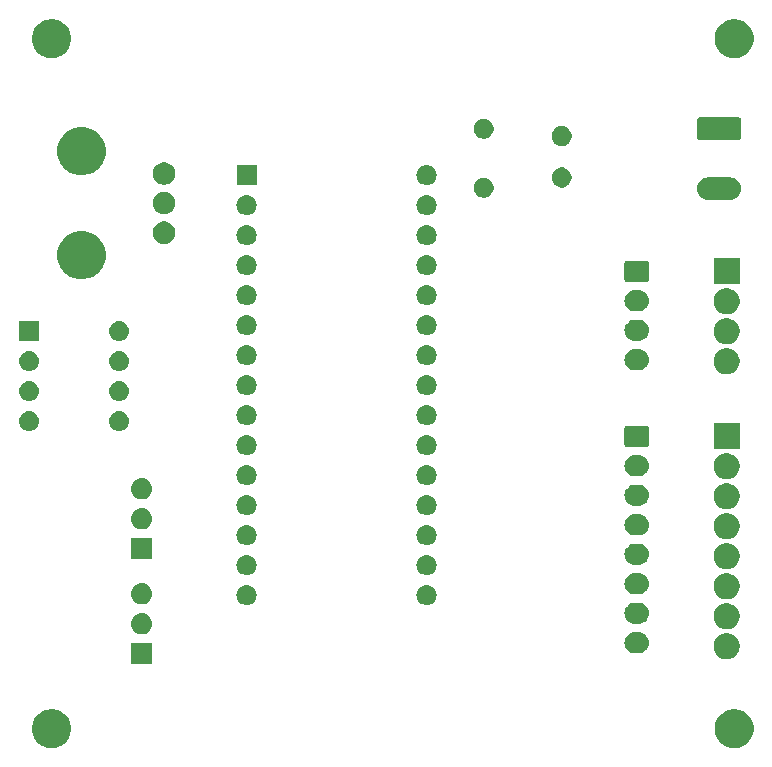
<source format=gbr>
G04 #@! TF.GenerationSoftware,KiCad,Pcbnew,(5.1.0)-1*
G04 #@! TF.CreationDate,2019-05-11T01:24:59-04:00*
G04 #@! TF.ProjectId,pro-mini-adapter-board,70726f2d-6d69-46e6-992d-616461707465,rev?*
G04 #@! TF.SameCoordinates,Original*
G04 #@! TF.FileFunction,Soldermask,Top*
G04 #@! TF.FilePolarity,Negative*
%FSLAX46Y46*%
G04 Gerber Fmt 4.6, Leading zero omitted, Abs format (unit mm)*
G04 Created by KiCad (PCBNEW (5.1.0)-1) date 2019-05-11 01:24:59*
%MOMM*%
%LPD*%
G04 APERTURE LIST*
%ADD10C,0.100000*%
G04 APERTURE END LIST*
D10*
G36*
X141980256Y-112056298D02*
G01*
X142086579Y-112077447D01*
X142387042Y-112201903D01*
X142657451Y-112382585D01*
X142887415Y-112612549D01*
X143068097Y-112882958D01*
X143192553Y-113183421D01*
X143256000Y-113502391D01*
X143256000Y-113827609D01*
X143192553Y-114146579D01*
X143068097Y-114447042D01*
X142887415Y-114717451D01*
X142657451Y-114947415D01*
X142387042Y-115128097D01*
X142086579Y-115252553D01*
X141980256Y-115273702D01*
X141767611Y-115316000D01*
X141442389Y-115316000D01*
X141229744Y-115273702D01*
X141123421Y-115252553D01*
X140822958Y-115128097D01*
X140552549Y-114947415D01*
X140322585Y-114717451D01*
X140141903Y-114447042D01*
X140017447Y-114146579D01*
X139954000Y-113827609D01*
X139954000Y-113502391D01*
X140017447Y-113183421D01*
X140141903Y-112882958D01*
X140322585Y-112612549D01*
X140552549Y-112382585D01*
X140822958Y-112201903D01*
X141123421Y-112077447D01*
X141229744Y-112056298D01*
X141442389Y-112014000D01*
X141767611Y-112014000D01*
X141980256Y-112056298D01*
X141980256Y-112056298D01*
G37*
G36*
X84195256Y-112056298D02*
G01*
X84301579Y-112077447D01*
X84602042Y-112201903D01*
X84872451Y-112382585D01*
X85102415Y-112612549D01*
X85283097Y-112882958D01*
X85407553Y-113183421D01*
X85471000Y-113502391D01*
X85471000Y-113827609D01*
X85407553Y-114146579D01*
X85283097Y-114447042D01*
X85102415Y-114717451D01*
X84872451Y-114947415D01*
X84602042Y-115128097D01*
X84301579Y-115252553D01*
X84195256Y-115273702D01*
X83982611Y-115316000D01*
X83657389Y-115316000D01*
X83444744Y-115273702D01*
X83338421Y-115252553D01*
X83037958Y-115128097D01*
X82767549Y-114947415D01*
X82537585Y-114717451D01*
X82356903Y-114447042D01*
X82232447Y-114146579D01*
X82169000Y-113827609D01*
X82169000Y-113502391D01*
X82232447Y-113183421D01*
X82356903Y-112882958D01*
X82537585Y-112612549D01*
X82767549Y-112382585D01*
X83037958Y-112201903D01*
X83338421Y-112077447D01*
X83444744Y-112056298D01*
X83657389Y-112014000D01*
X83982611Y-112014000D01*
X84195256Y-112056298D01*
X84195256Y-112056298D01*
G37*
G36*
X92341000Y-108216000D02*
G01*
X90539000Y-108216000D01*
X90539000Y-106414000D01*
X92341000Y-106414000D01*
X92341000Y-108216000D01*
X92341000Y-108216000D01*
G37*
G36*
X141184795Y-105600156D02*
G01*
X141291150Y-105621311D01*
X141353702Y-105647221D01*
X141491520Y-105704307D01*
X141671844Y-105824795D01*
X141825205Y-105978156D01*
X141945693Y-106158480D01*
X141945693Y-106158481D01*
X142028689Y-106358850D01*
X142071000Y-106571561D01*
X142071000Y-106788439D01*
X142028689Y-107001150D01*
X141987191Y-107101334D01*
X141945693Y-107201520D01*
X141825205Y-107381844D01*
X141671844Y-107535205D01*
X141491520Y-107655693D01*
X141391334Y-107697191D01*
X141291150Y-107738689D01*
X141184795Y-107759844D01*
X141078440Y-107781000D01*
X140861560Y-107781000D01*
X140755205Y-107759844D01*
X140648850Y-107738689D01*
X140448480Y-107655693D01*
X140268156Y-107535205D01*
X140114795Y-107381844D01*
X139994307Y-107201520D01*
X139952809Y-107101334D01*
X139911311Y-107001150D01*
X139869000Y-106788439D01*
X139869000Y-106571561D01*
X139911311Y-106358850D01*
X139994307Y-106158481D01*
X139994307Y-106158480D01*
X140114795Y-105978156D01*
X140268156Y-105824795D01*
X140448480Y-105704307D01*
X140586298Y-105647221D01*
X140648850Y-105621311D01*
X140755206Y-105600155D01*
X140861560Y-105579000D01*
X141078440Y-105579000D01*
X141184795Y-105600156D01*
X141184795Y-105600156D01*
G37*
G36*
X133585443Y-105505519D02*
G01*
X133651627Y-105512037D01*
X133821466Y-105563557D01*
X133977991Y-105647222D01*
X133997171Y-105662963D01*
X134115186Y-105759814D01*
X134168516Y-105824798D01*
X134227778Y-105897009D01*
X134311443Y-106053534D01*
X134362963Y-106223373D01*
X134380359Y-106400000D01*
X134362963Y-106576627D01*
X134311443Y-106746466D01*
X134227778Y-106902991D01*
X134198448Y-106938729D01*
X134115186Y-107040186D01*
X134013729Y-107123448D01*
X133977991Y-107152778D01*
X133821466Y-107236443D01*
X133651627Y-107287963D01*
X133585442Y-107294482D01*
X133519260Y-107301000D01*
X133180740Y-107301000D01*
X133114558Y-107294482D01*
X133048373Y-107287963D01*
X132878534Y-107236443D01*
X132722009Y-107152778D01*
X132686271Y-107123448D01*
X132584814Y-107040186D01*
X132501552Y-106938729D01*
X132472222Y-106902991D01*
X132388557Y-106746466D01*
X132337037Y-106576627D01*
X132319641Y-106400000D01*
X132337037Y-106223373D01*
X132388557Y-106053534D01*
X132472222Y-105897009D01*
X132531484Y-105824798D01*
X132584814Y-105759814D01*
X132702829Y-105662963D01*
X132722009Y-105647222D01*
X132878534Y-105563557D01*
X133048373Y-105512037D01*
X133114558Y-105505518D01*
X133180740Y-105499000D01*
X133519260Y-105499000D01*
X133585443Y-105505519D01*
X133585443Y-105505519D01*
G37*
G36*
X91550443Y-103880519D02*
G01*
X91616627Y-103887037D01*
X91786466Y-103938557D01*
X91942991Y-104022222D01*
X91978729Y-104051552D01*
X92080186Y-104134814D01*
X92163448Y-104236271D01*
X92192778Y-104272009D01*
X92276443Y-104428534D01*
X92327963Y-104598373D01*
X92345359Y-104775000D01*
X92327963Y-104951627D01*
X92276443Y-105121466D01*
X92192778Y-105277991D01*
X92163448Y-105313729D01*
X92080186Y-105415186D01*
X91978729Y-105498448D01*
X91942991Y-105527778D01*
X91786466Y-105611443D01*
X91616627Y-105662963D01*
X91550443Y-105669481D01*
X91484260Y-105676000D01*
X91395740Y-105676000D01*
X91329557Y-105669481D01*
X91263373Y-105662963D01*
X91093534Y-105611443D01*
X90937009Y-105527778D01*
X90901271Y-105498448D01*
X90799814Y-105415186D01*
X90716552Y-105313729D01*
X90687222Y-105277991D01*
X90603557Y-105121466D01*
X90552037Y-104951627D01*
X90534641Y-104775000D01*
X90552037Y-104598373D01*
X90603557Y-104428534D01*
X90687222Y-104272009D01*
X90716552Y-104236271D01*
X90799814Y-104134814D01*
X90901271Y-104051552D01*
X90937009Y-104022222D01*
X91093534Y-103938557D01*
X91263373Y-103887037D01*
X91329557Y-103880519D01*
X91395740Y-103874000D01*
X91484260Y-103874000D01*
X91550443Y-103880519D01*
X91550443Y-103880519D01*
G37*
G36*
X141184794Y-103060155D02*
G01*
X141291150Y-103081311D01*
X141491520Y-103164307D01*
X141671844Y-103284795D01*
X141825205Y-103438156D01*
X141945693Y-103618480D01*
X142028689Y-103818851D01*
X142069143Y-104022222D01*
X142071000Y-104031561D01*
X142071000Y-104248439D01*
X142040258Y-104402991D01*
X142028689Y-104461149D01*
X141945693Y-104661520D01*
X141825205Y-104841844D01*
X141671844Y-104995205D01*
X141491520Y-105115693D01*
X141291150Y-105198689D01*
X141184795Y-105219844D01*
X141078440Y-105241000D01*
X140861560Y-105241000D01*
X140755205Y-105219844D01*
X140648850Y-105198689D01*
X140548666Y-105157191D01*
X140448480Y-105115693D01*
X140268156Y-104995205D01*
X140114795Y-104841844D01*
X139994307Y-104661520D01*
X139911311Y-104461149D01*
X139899743Y-104402991D01*
X139869000Y-104248439D01*
X139869000Y-104031561D01*
X139870858Y-104022222D01*
X139911311Y-103818851D01*
X139994307Y-103618480D01*
X140114795Y-103438156D01*
X140268156Y-103284795D01*
X140448480Y-103164307D01*
X140548666Y-103122809D01*
X140648850Y-103081311D01*
X140755206Y-103060155D01*
X140861560Y-103039000D01*
X141078440Y-103039000D01*
X141184794Y-103060155D01*
X141184794Y-103060155D01*
G37*
G36*
X133585442Y-103005518D02*
G01*
X133651627Y-103012037D01*
X133821466Y-103063557D01*
X133977991Y-103147222D01*
X133983842Y-103152024D01*
X134115186Y-103259814D01*
X134198448Y-103361271D01*
X134227778Y-103397009D01*
X134311443Y-103553534D01*
X134362963Y-103723373D01*
X134380359Y-103900000D01*
X134362963Y-104076627D01*
X134311443Y-104246466D01*
X134227778Y-104402991D01*
X134206817Y-104428532D01*
X134115186Y-104540186D01*
X134044281Y-104598375D01*
X133977991Y-104652778D01*
X133821466Y-104736443D01*
X133651627Y-104787963D01*
X133585443Y-104794481D01*
X133519260Y-104801000D01*
X133180740Y-104801000D01*
X133114557Y-104794481D01*
X133048373Y-104787963D01*
X132878534Y-104736443D01*
X132722009Y-104652778D01*
X132655719Y-104598375D01*
X132584814Y-104540186D01*
X132493183Y-104428532D01*
X132472222Y-104402991D01*
X132388557Y-104246466D01*
X132337037Y-104076627D01*
X132319641Y-103900000D01*
X132337037Y-103723373D01*
X132388557Y-103553534D01*
X132472222Y-103397009D01*
X132501552Y-103361271D01*
X132584814Y-103259814D01*
X132716158Y-103152024D01*
X132722009Y-103147222D01*
X132878534Y-103063557D01*
X133048373Y-103012037D01*
X133114558Y-103005518D01*
X133180740Y-102999000D01*
X133519260Y-102999000D01*
X133585442Y-103005518D01*
X133585442Y-103005518D01*
G37*
G36*
X100496823Y-101523313D02*
G01*
X100657242Y-101571976D01*
X100789906Y-101642886D01*
X100805078Y-101650996D01*
X100934659Y-101757341D01*
X101041004Y-101886922D01*
X101041866Y-101888534D01*
X101120024Y-102034758D01*
X101168687Y-102195177D01*
X101185117Y-102362000D01*
X101168687Y-102528823D01*
X101120024Y-102689242D01*
X101113739Y-102701000D01*
X101041004Y-102837078D01*
X100934659Y-102966659D01*
X100805078Y-103073004D01*
X100805076Y-103073005D01*
X100657242Y-103152024D01*
X100496823Y-103200687D01*
X100371804Y-103213000D01*
X100288196Y-103213000D01*
X100163177Y-103200687D01*
X100002758Y-103152024D01*
X99854924Y-103073005D01*
X99854922Y-103073004D01*
X99725341Y-102966659D01*
X99618996Y-102837078D01*
X99546261Y-102701000D01*
X99539976Y-102689242D01*
X99491313Y-102528823D01*
X99474883Y-102362000D01*
X99491313Y-102195177D01*
X99539976Y-102034758D01*
X99618134Y-101888534D01*
X99618996Y-101886922D01*
X99725341Y-101757341D01*
X99854922Y-101650996D01*
X99870094Y-101642886D01*
X100002758Y-101571976D01*
X100163177Y-101523313D01*
X100288196Y-101511000D01*
X100371804Y-101511000D01*
X100496823Y-101523313D01*
X100496823Y-101523313D01*
G37*
G36*
X115736823Y-101523313D02*
G01*
X115897242Y-101571976D01*
X116029906Y-101642886D01*
X116045078Y-101650996D01*
X116174659Y-101757341D01*
X116281004Y-101886922D01*
X116281866Y-101888534D01*
X116360024Y-102034758D01*
X116408687Y-102195177D01*
X116425117Y-102362000D01*
X116408687Y-102528823D01*
X116360024Y-102689242D01*
X116353739Y-102701000D01*
X116281004Y-102837078D01*
X116174659Y-102966659D01*
X116045078Y-103073004D01*
X116045076Y-103073005D01*
X115897242Y-103152024D01*
X115736823Y-103200687D01*
X115611804Y-103213000D01*
X115528196Y-103213000D01*
X115403177Y-103200687D01*
X115242758Y-103152024D01*
X115094924Y-103073005D01*
X115094922Y-103073004D01*
X114965341Y-102966659D01*
X114858996Y-102837078D01*
X114786261Y-102701000D01*
X114779976Y-102689242D01*
X114731313Y-102528823D01*
X114714883Y-102362000D01*
X114731313Y-102195177D01*
X114779976Y-102034758D01*
X114858134Y-101888534D01*
X114858996Y-101886922D01*
X114965341Y-101757341D01*
X115094922Y-101650996D01*
X115110094Y-101642886D01*
X115242758Y-101571976D01*
X115403177Y-101523313D01*
X115528196Y-101511000D01*
X115611804Y-101511000D01*
X115736823Y-101523313D01*
X115736823Y-101523313D01*
G37*
G36*
X91550442Y-101340518D02*
G01*
X91616627Y-101347037D01*
X91786466Y-101398557D01*
X91942991Y-101482222D01*
X91978057Y-101511000D01*
X92080186Y-101594814D01*
X92163448Y-101696271D01*
X92192778Y-101732009D01*
X92276443Y-101888534D01*
X92327963Y-102058373D01*
X92345359Y-102235000D01*
X92327963Y-102411627D01*
X92276443Y-102581466D01*
X92192778Y-102737991D01*
X92163448Y-102773729D01*
X92080186Y-102875186D01*
X91978729Y-102958448D01*
X91942991Y-102987778D01*
X91786466Y-103071443D01*
X91616627Y-103122963D01*
X91550442Y-103129482D01*
X91484260Y-103136000D01*
X91395740Y-103136000D01*
X91329558Y-103129482D01*
X91263373Y-103122963D01*
X91093534Y-103071443D01*
X90937009Y-102987778D01*
X90901271Y-102958448D01*
X90799814Y-102875186D01*
X90716552Y-102773729D01*
X90687222Y-102737991D01*
X90603557Y-102581466D01*
X90552037Y-102411627D01*
X90534641Y-102235000D01*
X90552037Y-102058373D01*
X90603557Y-101888534D01*
X90687222Y-101732009D01*
X90716552Y-101696271D01*
X90799814Y-101594814D01*
X90901943Y-101511000D01*
X90937009Y-101482222D01*
X91093534Y-101398557D01*
X91263373Y-101347037D01*
X91329558Y-101340518D01*
X91395740Y-101334000D01*
X91484260Y-101334000D01*
X91550442Y-101340518D01*
X91550442Y-101340518D01*
G37*
G36*
X141184794Y-100520155D02*
G01*
X141291150Y-100541311D01*
X141491520Y-100624307D01*
X141671844Y-100744795D01*
X141825205Y-100898156D01*
X141945693Y-101078480D01*
X141945693Y-101078481D01*
X142005710Y-101223373D01*
X142028689Y-101278851D01*
X142071000Y-101491560D01*
X142071000Y-101708440D01*
X142028689Y-101921149D01*
X141945693Y-102121520D01*
X141825205Y-102301844D01*
X141671844Y-102455205D01*
X141491520Y-102575693D01*
X141291150Y-102658689D01*
X141184794Y-102679845D01*
X141078440Y-102701000D01*
X140861560Y-102701000D01*
X140755205Y-102679844D01*
X140648850Y-102658689D01*
X140448480Y-102575693D01*
X140268156Y-102455205D01*
X140114795Y-102301844D01*
X139994307Y-102121520D01*
X139911311Y-101921149D01*
X139869000Y-101708440D01*
X139869000Y-101491560D01*
X139911311Y-101278851D01*
X139934291Y-101223373D01*
X139994307Y-101078481D01*
X139994307Y-101078480D01*
X140114795Y-100898156D01*
X140268156Y-100744795D01*
X140448480Y-100624307D01*
X140548666Y-100582809D01*
X140648850Y-100541311D01*
X140755205Y-100520156D01*
X140861560Y-100499000D01*
X141078440Y-100499000D01*
X141184794Y-100520155D01*
X141184794Y-100520155D01*
G37*
G36*
X133585443Y-100505519D02*
G01*
X133651627Y-100512037D01*
X133821466Y-100563557D01*
X133977991Y-100647222D01*
X133994398Y-100660687D01*
X134115186Y-100759814D01*
X134198448Y-100861271D01*
X134227778Y-100897009D01*
X134311443Y-101053534D01*
X134362963Y-101223373D01*
X134380359Y-101400000D01*
X134362963Y-101576627D01*
X134311443Y-101746466D01*
X134227778Y-101902991D01*
X134212876Y-101921149D01*
X134115186Y-102040186D01*
X134016080Y-102121519D01*
X133977991Y-102152778D01*
X133821466Y-102236443D01*
X133651627Y-102287963D01*
X133585442Y-102294482D01*
X133519260Y-102301000D01*
X133180740Y-102301000D01*
X133114558Y-102294482D01*
X133048373Y-102287963D01*
X132878534Y-102236443D01*
X132722009Y-102152778D01*
X132683920Y-102121519D01*
X132584814Y-102040186D01*
X132487124Y-101921149D01*
X132472222Y-101902991D01*
X132388557Y-101746466D01*
X132337037Y-101576627D01*
X132319641Y-101400000D01*
X132337037Y-101223373D01*
X132388557Y-101053534D01*
X132472222Y-100897009D01*
X132501552Y-100861271D01*
X132584814Y-100759814D01*
X132705602Y-100660687D01*
X132722009Y-100647222D01*
X132878534Y-100563557D01*
X133048373Y-100512037D01*
X133114557Y-100505519D01*
X133180740Y-100499000D01*
X133519260Y-100499000D01*
X133585443Y-100505519D01*
X133585443Y-100505519D01*
G37*
G36*
X100496823Y-98983313D02*
G01*
X100657242Y-99031976D01*
X100740774Y-99076625D01*
X100805078Y-99110996D01*
X100934659Y-99217341D01*
X101041004Y-99346922D01*
X101041005Y-99346924D01*
X101120024Y-99494758D01*
X101168687Y-99655177D01*
X101185117Y-99822000D01*
X101168687Y-99988823D01*
X101120024Y-100149242D01*
X101113739Y-100161000D01*
X101041004Y-100297078D01*
X100934659Y-100426659D01*
X100805078Y-100533004D01*
X100805076Y-100533005D01*
X100657242Y-100612024D01*
X100496823Y-100660687D01*
X100371804Y-100673000D01*
X100288196Y-100673000D01*
X100163177Y-100660687D01*
X100002758Y-100612024D01*
X99854924Y-100533005D01*
X99854922Y-100533004D01*
X99725341Y-100426659D01*
X99618996Y-100297078D01*
X99546261Y-100161000D01*
X99539976Y-100149242D01*
X99491313Y-99988823D01*
X99474883Y-99822000D01*
X99491313Y-99655177D01*
X99539976Y-99494758D01*
X99618995Y-99346924D01*
X99618996Y-99346922D01*
X99725341Y-99217341D01*
X99854922Y-99110996D01*
X99919226Y-99076625D01*
X100002758Y-99031976D01*
X100163177Y-98983313D01*
X100288196Y-98971000D01*
X100371804Y-98971000D01*
X100496823Y-98983313D01*
X100496823Y-98983313D01*
G37*
G36*
X115736823Y-98983313D02*
G01*
X115897242Y-99031976D01*
X115980774Y-99076625D01*
X116045078Y-99110996D01*
X116174659Y-99217341D01*
X116281004Y-99346922D01*
X116281005Y-99346924D01*
X116360024Y-99494758D01*
X116408687Y-99655177D01*
X116425117Y-99822000D01*
X116408687Y-99988823D01*
X116360024Y-100149242D01*
X116353739Y-100161000D01*
X116281004Y-100297078D01*
X116174659Y-100426659D01*
X116045078Y-100533004D01*
X116045076Y-100533005D01*
X115897242Y-100612024D01*
X115736823Y-100660687D01*
X115611804Y-100673000D01*
X115528196Y-100673000D01*
X115403177Y-100660687D01*
X115242758Y-100612024D01*
X115094924Y-100533005D01*
X115094922Y-100533004D01*
X114965341Y-100426659D01*
X114858996Y-100297078D01*
X114786261Y-100161000D01*
X114779976Y-100149242D01*
X114731313Y-99988823D01*
X114714883Y-99822000D01*
X114731313Y-99655177D01*
X114779976Y-99494758D01*
X114858995Y-99346924D01*
X114858996Y-99346922D01*
X114965341Y-99217341D01*
X115094922Y-99110996D01*
X115159226Y-99076625D01*
X115242758Y-99031976D01*
X115403177Y-98983313D01*
X115528196Y-98971000D01*
X115611804Y-98971000D01*
X115736823Y-98983313D01*
X115736823Y-98983313D01*
G37*
G36*
X141184794Y-97980155D02*
G01*
X141291150Y-98001311D01*
X141391334Y-98042809D01*
X141491520Y-98084307D01*
X141671844Y-98204795D01*
X141825205Y-98358156D01*
X141945693Y-98538480D01*
X142028689Y-98738851D01*
X142071000Y-98951560D01*
X142071000Y-99168440D01*
X142028689Y-99381149D01*
X141945693Y-99581520D01*
X141825205Y-99761844D01*
X141671844Y-99915205D01*
X141491520Y-100035693D01*
X141391334Y-100077191D01*
X141291150Y-100118689D01*
X141184794Y-100139845D01*
X141078440Y-100161000D01*
X140861560Y-100161000D01*
X140755206Y-100139845D01*
X140648850Y-100118689D01*
X140548666Y-100077191D01*
X140448480Y-100035693D01*
X140268156Y-99915205D01*
X140114795Y-99761844D01*
X139994307Y-99581520D01*
X139911311Y-99381149D01*
X139869000Y-99168440D01*
X139869000Y-98951560D01*
X139911311Y-98738851D01*
X139994307Y-98538480D01*
X140114795Y-98358156D01*
X140268156Y-98204795D01*
X140448480Y-98084307D01*
X140548666Y-98042809D01*
X140648850Y-98001311D01*
X140755206Y-97980155D01*
X140861560Y-97959000D01*
X141078440Y-97959000D01*
X141184794Y-97980155D01*
X141184794Y-97980155D01*
G37*
G36*
X133585443Y-98005519D02*
G01*
X133651627Y-98012037D01*
X133821466Y-98063557D01*
X133977991Y-98147222D01*
X134013729Y-98176552D01*
X134115186Y-98259814D01*
X134195890Y-98358154D01*
X134227778Y-98397009D01*
X134311443Y-98553534D01*
X134362963Y-98723373D01*
X134380359Y-98900000D01*
X134362963Y-99076627D01*
X134311443Y-99246466D01*
X134227778Y-99402991D01*
X134198448Y-99438729D01*
X134115186Y-99540186D01*
X134013729Y-99623448D01*
X133977991Y-99652778D01*
X133821466Y-99736443D01*
X133651627Y-99787963D01*
X133585442Y-99794482D01*
X133519260Y-99801000D01*
X133180740Y-99801000D01*
X133114557Y-99794481D01*
X133048373Y-99787963D01*
X132878534Y-99736443D01*
X132722009Y-99652778D01*
X132686271Y-99623448D01*
X132584814Y-99540186D01*
X132501552Y-99438729D01*
X132472222Y-99402991D01*
X132388557Y-99246466D01*
X132337037Y-99076627D01*
X132319641Y-98900000D01*
X132337037Y-98723373D01*
X132388557Y-98553534D01*
X132472222Y-98397009D01*
X132504110Y-98358154D01*
X132584814Y-98259814D01*
X132686271Y-98176552D01*
X132722009Y-98147222D01*
X132878534Y-98063557D01*
X133048373Y-98012037D01*
X133114557Y-98005519D01*
X133180740Y-97999000D01*
X133519260Y-97999000D01*
X133585443Y-98005519D01*
X133585443Y-98005519D01*
G37*
G36*
X92341000Y-99326000D02*
G01*
X90539000Y-99326000D01*
X90539000Y-97524000D01*
X92341000Y-97524000D01*
X92341000Y-99326000D01*
X92341000Y-99326000D01*
G37*
G36*
X115736823Y-96443313D02*
G01*
X115897242Y-96491976D01*
X115959373Y-96525186D01*
X116045078Y-96570996D01*
X116174659Y-96677341D01*
X116281004Y-96806922D01*
X116281005Y-96806924D01*
X116360024Y-96954758D01*
X116408687Y-97115177D01*
X116425117Y-97282000D01*
X116408687Y-97448823D01*
X116360024Y-97609242D01*
X116353739Y-97621000D01*
X116281004Y-97757078D01*
X116174659Y-97886659D01*
X116045078Y-97993004D01*
X116045076Y-97993005D01*
X115897242Y-98072024D01*
X115736823Y-98120687D01*
X115611804Y-98133000D01*
X115528196Y-98133000D01*
X115403177Y-98120687D01*
X115242758Y-98072024D01*
X115094924Y-97993005D01*
X115094922Y-97993004D01*
X114965341Y-97886659D01*
X114858996Y-97757078D01*
X114786261Y-97621000D01*
X114779976Y-97609242D01*
X114731313Y-97448823D01*
X114714883Y-97282000D01*
X114731313Y-97115177D01*
X114779976Y-96954758D01*
X114858995Y-96806924D01*
X114858996Y-96806922D01*
X114965341Y-96677341D01*
X115094922Y-96570996D01*
X115180627Y-96525186D01*
X115242758Y-96491976D01*
X115403177Y-96443313D01*
X115528196Y-96431000D01*
X115611804Y-96431000D01*
X115736823Y-96443313D01*
X115736823Y-96443313D01*
G37*
G36*
X100496823Y-96443313D02*
G01*
X100657242Y-96491976D01*
X100719373Y-96525186D01*
X100805078Y-96570996D01*
X100934659Y-96677341D01*
X101041004Y-96806922D01*
X101041005Y-96806924D01*
X101120024Y-96954758D01*
X101168687Y-97115177D01*
X101185117Y-97282000D01*
X101168687Y-97448823D01*
X101120024Y-97609242D01*
X101113739Y-97621000D01*
X101041004Y-97757078D01*
X100934659Y-97886659D01*
X100805078Y-97993004D01*
X100805076Y-97993005D01*
X100657242Y-98072024D01*
X100496823Y-98120687D01*
X100371804Y-98133000D01*
X100288196Y-98133000D01*
X100163177Y-98120687D01*
X100002758Y-98072024D01*
X99854924Y-97993005D01*
X99854922Y-97993004D01*
X99725341Y-97886659D01*
X99618996Y-97757078D01*
X99546261Y-97621000D01*
X99539976Y-97609242D01*
X99491313Y-97448823D01*
X99474883Y-97282000D01*
X99491313Y-97115177D01*
X99539976Y-96954758D01*
X99618995Y-96806924D01*
X99618996Y-96806922D01*
X99725341Y-96677341D01*
X99854922Y-96570996D01*
X99940627Y-96525186D01*
X100002758Y-96491976D01*
X100163177Y-96443313D01*
X100288196Y-96431000D01*
X100371804Y-96431000D01*
X100496823Y-96443313D01*
X100496823Y-96443313D01*
G37*
G36*
X141184794Y-95440155D02*
G01*
X141291150Y-95461311D01*
X141382139Y-95499000D01*
X141491520Y-95544307D01*
X141671844Y-95664795D01*
X141825205Y-95818156D01*
X141945693Y-95998480D01*
X142028689Y-96198851D01*
X142071000Y-96411560D01*
X142071000Y-96628440D01*
X142028689Y-96841149D01*
X141945693Y-97041520D01*
X141825205Y-97221844D01*
X141671844Y-97375205D01*
X141491520Y-97495693D01*
X141391334Y-97537191D01*
X141291150Y-97578689D01*
X141184795Y-97599844D01*
X141078440Y-97621000D01*
X140861560Y-97621000D01*
X140755206Y-97599845D01*
X140648850Y-97578689D01*
X140548666Y-97537191D01*
X140448480Y-97495693D01*
X140268156Y-97375205D01*
X140114795Y-97221844D01*
X139994307Y-97041520D01*
X139911311Y-96841149D01*
X139869000Y-96628440D01*
X139869000Y-96411560D01*
X139911311Y-96198851D01*
X139994307Y-95998480D01*
X140114795Y-95818156D01*
X140268156Y-95664795D01*
X140448480Y-95544307D01*
X140557861Y-95499000D01*
X140648850Y-95461311D01*
X140755206Y-95440155D01*
X140861560Y-95419000D01*
X141078440Y-95419000D01*
X141184794Y-95440155D01*
X141184794Y-95440155D01*
G37*
G36*
X133585442Y-95505518D02*
G01*
X133651627Y-95512037D01*
X133821466Y-95563557D01*
X133977991Y-95647222D01*
X133999407Y-95664798D01*
X134115186Y-95759814D01*
X134163065Y-95818156D01*
X134227778Y-95897009D01*
X134311443Y-96053534D01*
X134362963Y-96223373D01*
X134380359Y-96400000D01*
X134362963Y-96576627D01*
X134311443Y-96746466D01*
X134311442Y-96746468D01*
X134279128Y-96806922D01*
X134227778Y-96902991D01*
X134198448Y-96938729D01*
X134115186Y-97040186D01*
X134023810Y-97115175D01*
X133977991Y-97152778D01*
X133821466Y-97236443D01*
X133651627Y-97287963D01*
X133585442Y-97294482D01*
X133519260Y-97301000D01*
X133180740Y-97301000D01*
X133114558Y-97294482D01*
X133048373Y-97287963D01*
X132878534Y-97236443D01*
X132722009Y-97152778D01*
X132676190Y-97115175D01*
X132584814Y-97040186D01*
X132501552Y-96938729D01*
X132472222Y-96902991D01*
X132420872Y-96806922D01*
X132388558Y-96746468D01*
X132388557Y-96746466D01*
X132337037Y-96576627D01*
X132319641Y-96400000D01*
X132337037Y-96223373D01*
X132388557Y-96053534D01*
X132472222Y-95897009D01*
X132536935Y-95818156D01*
X132584814Y-95759814D01*
X132700593Y-95664798D01*
X132722009Y-95647222D01*
X132878534Y-95563557D01*
X133048373Y-95512037D01*
X133114558Y-95505518D01*
X133180740Y-95499000D01*
X133519260Y-95499000D01*
X133585442Y-95505518D01*
X133585442Y-95505518D01*
G37*
G36*
X91550443Y-94990519D02*
G01*
X91616627Y-94997037D01*
X91786466Y-95048557D01*
X91942991Y-95132222D01*
X91978729Y-95161552D01*
X92080186Y-95244814D01*
X92163448Y-95346271D01*
X92192778Y-95382009D01*
X92192779Y-95382011D01*
X92255312Y-95499000D01*
X92276443Y-95538534D01*
X92327963Y-95708373D01*
X92345359Y-95885000D01*
X92327963Y-96061627D01*
X92276443Y-96231466D01*
X92192778Y-96387991D01*
X92182922Y-96400000D01*
X92080186Y-96525186D01*
X91978729Y-96608448D01*
X91942991Y-96637778D01*
X91786466Y-96721443D01*
X91616627Y-96772963D01*
X91550442Y-96779482D01*
X91484260Y-96786000D01*
X91395740Y-96786000D01*
X91329558Y-96779482D01*
X91263373Y-96772963D01*
X91093534Y-96721443D01*
X90937009Y-96637778D01*
X90901271Y-96608448D01*
X90799814Y-96525186D01*
X90697078Y-96400000D01*
X90687222Y-96387991D01*
X90603557Y-96231466D01*
X90552037Y-96061627D01*
X90534641Y-95885000D01*
X90552037Y-95708373D01*
X90603557Y-95538534D01*
X90624689Y-95499000D01*
X90687221Y-95382011D01*
X90687222Y-95382009D01*
X90716552Y-95346271D01*
X90799814Y-95244814D01*
X90901271Y-95161552D01*
X90937009Y-95132222D01*
X91093534Y-95048557D01*
X91263373Y-94997037D01*
X91329557Y-94990519D01*
X91395740Y-94984000D01*
X91484260Y-94984000D01*
X91550443Y-94990519D01*
X91550443Y-94990519D01*
G37*
G36*
X100496823Y-93903313D02*
G01*
X100657242Y-93951976D01*
X100719373Y-93985186D01*
X100805078Y-94030996D01*
X100934659Y-94137341D01*
X101041004Y-94266922D01*
X101041005Y-94266924D01*
X101120024Y-94414758D01*
X101168687Y-94575177D01*
X101185117Y-94742000D01*
X101168687Y-94908823D01*
X101168686Y-94908825D01*
X101126299Y-95048558D01*
X101120024Y-95069242D01*
X101113739Y-95081000D01*
X101041004Y-95217078D01*
X100934659Y-95346659D01*
X100805078Y-95453004D01*
X100805076Y-95453005D01*
X100657242Y-95532024D01*
X100496823Y-95580687D01*
X100371804Y-95593000D01*
X100288196Y-95593000D01*
X100163177Y-95580687D01*
X100002758Y-95532024D01*
X99854924Y-95453005D01*
X99854922Y-95453004D01*
X99725341Y-95346659D01*
X99618996Y-95217078D01*
X99546261Y-95081000D01*
X99539976Y-95069242D01*
X99533702Y-95048558D01*
X99491314Y-94908825D01*
X99491313Y-94908823D01*
X99474883Y-94742000D01*
X99491313Y-94575177D01*
X99539976Y-94414758D01*
X99618995Y-94266924D01*
X99618996Y-94266922D01*
X99725341Y-94137341D01*
X99854922Y-94030996D01*
X99940627Y-93985186D01*
X100002758Y-93951976D01*
X100163177Y-93903313D01*
X100288196Y-93891000D01*
X100371804Y-93891000D01*
X100496823Y-93903313D01*
X100496823Y-93903313D01*
G37*
G36*
X115736823Y-93903313D02*
G01*
X115897242Y-93951976D01*
X115959373Y-93985186D01*
X116045078Y-94030996D01*
X116174659Y-94137341D01*
X116281004Y-94266922D01*
X116281005Y-94266924D01*
X116360024Y-94414758D01*
X116408687Y-94575177D01*
X116425117Y-94742000D01*
X116408687Y-94908823D01*
X116408686Y-94908825D01*
X116366299Y-95048558D01*
X116360024Y-95069242D01*
X116353739Y-95081000D01*
X116281004Y-95217078D01*
X116174659Y-95346659D01*
X116045078Y-95453004D01*
X116045076Y-95453005D01*
X115897242Y-95532024D01*
X115736823Y-95580687D01*
X115611804Y-95593000D01*
X115528196Y-95593000D01*
X115403177Y-95580687D01*
X115242758Y-95532024D01*
X115094924Y-95453005D01*
X115094922Y-95453004D01*
X114965341Y-95346659D01*
X114858996Y-95217078D01*
X114786261Y-95081000D01*
X114779976Y-95069242D01*
X114773702Y-95048558D01*
X114731314Y-94908825D01*
X114731313Y-94908823D01*
X114714883Y-94742000D01*
X114731313Y-94575177D01*
X114779976Y-94414758D01*
X114858995Y-94266924D01*
X114858996Y-94266922D01*
X114965341Y-94137341D01*
X115094922Y-94030996D01*
X115180627Y-93985186D01*
X115242758Y-93951976D01*
X115403177Y-93903313D01*
X115528196Y-93891000D01*
X115611804Y-93891000D01*
X115736823Y-93903313D01*
X115736823Y-93903313D01*
G37*
G36*
X141184795Y-92900156D02*
G01*
X141291150Y-92921311D01*
X141491520Y-93004307D01*
X141671844Y-93124795D01*
X141825205Y-93278156D01*
X141945693Y-93458480D01*
X142028689Y-93658851D01*
X142071000Y-93871560D01*
X142071000Y-94088440D01*
X142028689Y-94301149D01*
X141945693Y-94501520D01*
X141825205Y-94681844D01*
X141671844Y-94835205D01*
X141491520Y-94955693D01*
X141391706Y-94997037D01*
X141291150Y-95038689D01*
X141241540Y-95048557D01*
X141078440Y-95081000D01*
X140861560Y-95081000D01*
X140698460Y-95048557D01*
X140648850Y-95038689D01*
X140548294Y-94997037D01*
X140448480Y-94955693D01*
X140268156Y-94835205D01*
X140114795Y-94681844D01*
X139994307Y-94501520D01*
X139911311Y-94301149D01*
X139869000Y-94088440D01*
X139869000Y-93871560D01*
X139911311Y-93658851D01*
X139994307Y-93458480D01*
X140114795Y-93278156D01*
X140268156Y-93124795D01*
X140448480Y-93004307D01*
X140648850Y-92921311D01*
X140755205Y-92900156D01*
X140861560Y-92879000D01*
X141078440Y-92879000D01*
X141184795Y-92900156D01*
X141184795Y-92900156D01*
G37*
G36*
X133573142Y-93004307D02*
G01*
X133651627Y-93012037D01*
X133821466Y-93063557D01*
X133977991Y-93147222D01*
X134003763Y-93168373D01*
X134115186Y-93259814D01*
X134185095Y-93345000D01*
X134227778Y-93397009D01*
X134311443Y-93553534D01*
X134362963Y-93723373D01*
X134380359Y-93900000D01*
X134362963Y-94076627D01*
X134311443Y-94246466D01*
X134227778Y-94402991D01*
X134198448Y-94438729D01*
X134115186Y-94540186D01*
X134013729Y-94623448D01*
X133977991Y-94652778D01*
X133821466Y-94736443D01*
X133651627Y-94787963D01*
X133585442Y-94794482D01*
X133519260Y-94801000D01*
X133180740Y-94801000D01*
X133114557Y-94794481D01*
X133048373Y-94787963D01*
X132878534Y-94736443D01*
X132722009Y-94652778D01*
X132686271Y-94623448D01*
X132584814Y-94540186D01*
X132501552Y-94438729D01*
X132472222Y-94402991D01*
X132388557Y-94246466D01*
X132337037Y-94076627D01*
X132319641Y-93900000D01*
X132337037Y-93723373D01*
X132388557Y-93553534D01*
X132472222Y-93397009D01*
X132514905Y-93345000D01*
X132584814Y-93259814D01*
X132696237Y-93168373D01*
X132722009Y-93147222D01*
X132878534Y-93063557D01*
X133048373Y-93012037D01*
X133126858Y-93004307D01*
X133180740Y-92999000D01*
X133519260Y-92999000D01*
X133573142Y-93004307D01*
X133573142Y-93004307D01*
G37*
G36*
X91550443Y-92450519D02*
G01*
X91616627Y-92457037D01*
X91786466Y-92508557D01*
X91942991Y-92592222D01*
X91978729Y-92621552D01*
X92080186Y-92704814D01*
X92163448Y-92806271D01*
X92192778Y-92842009D01*
X92276443Y-92998534D01*
X92327963Y-93168373D01*
X92345359Y-93345000D01*
X92327963Y-93521627D01*
X92276443Y-93691466D01*
X92192778Y-93847991D01*
X92173435Y-93871560D01*
X92080186Y-93985186D01*
X91978729Y-94068448D01*
X91942991Y-94097778D01*
X91786466Y-94181443D01*
X91616627Y-94232963D01*
X91550443Y-94239481D01*
X91484260Y-94246000D01*
X91395740Y-94246000D01*
X91329557Y-94239481D01*
X91263373Y-94232963D01*
X91093534Y-94181443D01*
X90937009Y-94097778D01*
X90901271Y-94068448D01*
X90799814Y-93985186D01*
X90706565Y-93871560D01*
X90687222Y-93847991D01*
X90603557Y-93691466D01*
X90552037Y-93521627D01*
X90534641Y-93345000D01*
X90552037Y-93168373D01*
X90603557Y-92998534D01*
X90687222Y-92842009D01*
X90716552Y-92806271D01*
X90799814Y-92704814D01*
X90901271Y-92621552D01*
X90937009Y-92592222D01*
X91093534Y-92508557D01*
X91263373Y-92457037D01*
X91329557Y-92450519D01*
X91395740Y-92444000D01*
X91484260Y-92444000D01*
X91550443Y-92450519D01*
X91550443Y-92450519D01*
G37*
G36*
X115736823Y-91363313D02*
G01*
X115897242Y-91411976D01*
X116029906Y-91482886D01*
X116045078Y-91490996D01*
X116174659Y-91597341D01*
X116281004Y-91726922D01*
X116281005Y-91726924D01*
X116360024Y-91874758D01*
X116408687Y-92035177D01*
X116425117Y-92202000D01*
X116408687Y-92368823D01*
X116408686Y-92368825D01*
X116366299Y-92508558D01*
X116360024Y-92529242D01*
X116353739Y-92541000D01*
X116281004Y-92677078D01*
X116174659Y-92806659D01*
X116045078Y-92913004D01*
X116045076Y-92913005D01*
X115897242Y-92992024D01*
X115736823Y-93040687D01*
X115611804Y-93053000D01*
X115528196Y-93053000D01*
X115403177Y-93040687D01*
X115242758Y-92992024D01*
X115094924Y-92913005D01*
X115094922Y-92913004D01*
X114965341Y-92806659D01*
X114858996Y-92677078D01*
X114786261Y-92541000D01*
X114779976Y-92529242D01*
X114773702Y-92508558D01*
X114731314Y-92368825D01*
X114731313Y-92368823D01*
X114714883Y-92202000D01*
X114731313Y-92035177D01*
X114779976Y-91874758D01*
X114858995Y-91726924D01*
X114858996Y-91726922D01*
X114965341Y-91597341D01*
X115094922Y-91490996D01*
X115110094Y-91482886D01*
X115242758Y-91411976D01*
X115403177Y-91363313D01*
X115528196Y-91351000D01*
X115611804Y-91351000D01*
X115736823Y-91363313D01*
X115736823Y-91363313D01*
G37*
G36*
X100496823Y-91363313D02*
G01*
X100657242Y-91411976D01*
X100789906Y-91482886D01*
X100805078Y-91490996D01*
X100934659Y-91597341D01*
X101041004Y-91726922D01*
X101041005Y-91726924D01*
X101120024Y-91874758D01*
X101168687Y-92035177D01*
X101185117Y-92202000D01*
X101168687Y-92368823D01*
X101168686Y-92368825D01*
X101126299Y-92508558D01*
X101120024Y-92529242D01*
X101113739Y-92541000D01*
X101041004Y-92677078D01*
X100934659Y-92806659D01*
X100805078Y-92913004D01*
X100805076Y-92913005D01*
X100657242Y-92992024D01*
X100496823Y-93040687D01*
X100371804Y-93053000D01*
X100288196Y-93053000D01*
X100163177Y-93040687D01*
X100002758Y-92992024D01*
X99854924Y-92913005D01*
X99854922Y-92913004D01*
X99725341Y-92806659D01*
X99618996Y-92677078D01*
X99546261Y-92541000D01*
X99539976Y-92529242D01*
X99533702Y-92508558D01*
X99491314Y-92368825D01*
X99491313Y-92368823D01*
X99474883Y-92202000D01*
X99491313Y-92035177D01*
X99539976Y-91874758D01*
X99618995Y-91726924D01*
X99618996Y-91726922D01*
X99725341Y-91597341D01*
X99854922Y-91490996D01*
X99870094Y-91482886D01*
X100002758Y-91411976D01*
X100163177Y-91363313D01*
X100288196Y-91351000D01*
X100371804Y-91351000D01*
X100496823Y-91363313D01*
X100496823Y-91363313D01*
G37*
G36*
X141184795Y-90360156D02*
G01*
X141291150Y-90381311D01*
X141491520Y-90464307D01*
X141671844Y-90584795D01*
X141825205Y-90738156D01*
X141945693Y-90918480D01*
X142028689Y-91118851D01*
X142071000Y-91331560D01*
X142071000Y-91548440D01*
X142028689Y-91761149D01*
X141945693Y-91961520D01*
X141825205Y-92141844D01*
X141671844Y-92295205D01*
X141491520Y-92415693D01*
X141391706Y-92457037D01*
X141291150Y-92498689D01*
X141241540Y-92508557D01*
X141078440Y-92541000D01*
X140861560Y-92541000D01*
X140698460Y-92508557D01*
X140648850Y-92498689D01*
X140548294Y-92457037D01*
X140448480Y-92415693D01*
X140268156Y-92295205D01*
X140114795Y-92141844D01*
X139994307Y-91961520D01*
X139911311Y-91761149D01*
X139869000Y-91548440D01*
X139869000Y-91331560D01*
X139911311Y-91118851D01*
X139994307Y-90918480D01*
X140114795Y-90738156D01*
X140268156Y-90584795D01*
X140448480Y-90464307D01*
X140548666Y-90422809D01*
X140648850Y-90381311D01*
X140755205Y-90360156D01*
X140861560Y-90339000D01*
X141078440Y-90339000D01*
X141184795Y-90360156D01*
X141184795Y-90360156D01*
G37*
G36*
X133585442Y-90505518D02*
G01*
X133651627Y-90512037D01*
X133821466Y-90563557D01*
X133977991Y-90647222D01*
X134013729Y-90676552D01*
X134115186Y-90759814D01*
X134198448Y-90861271D01*
X134227778Y-90897009D01*
X134311443Y-91053534D01*
X134362963Y-91223373D01*
X134380359Y-91400000D01*
X134362963Y-91576627D01*
X134311443Y-91746466D01*
X134227778Y-91902991D01*
X134198448Y-91938729D01*
X134115186Y-92040186D01*
X134013729Y-92123448D01*
X133977991Y-92152778D01*
X133821466Y-92236443D01*
X133651627Y-92287963D01*
X133585442Y-92294482D01*
X133519260Y-92301000D01*
X133180740Y-92301000D01*
X133114558Y-92294482D01*
X133048373Y-92287963D01*
X132878534Y-92236443D01*
X132722009Y-92152778D01*
X132686271Y-92123448D01*
X132584814Y-92040186D01*
X132501552Y-91938729D01*
X132472222Y-91902991D01*
X132388557Y-91746466D01*
X132337037Y-91576627D01*
X132319641Y-91400000D01*
X132337037Y-91223373D01*
X132388557Y-91053534D01*
X132472222Y-90897009D01*
X132501552Y-90861271D01*
X132584814Y-90759814D01*
X132686271Y-90676552D01*
X132722009Y-90647222D01*
X132878534Y-90563557D01*
X133048373Y-90512037D01*
X133114558Y-90505518D01*
X133180740Y-90499000D01*
X133519260Y-90499000D01*
X133585442Y-90505518D01*
X133585442Y-90505518D01*
G37*
G36*
X115736823Y-88823313D02*
G01*
X115897242Y-88871976D01*
X116029906Y-88942886D01*
X116045078Y-88950996D01*
X116174659Y-89057341D01*
X116281004Y-89186922D01*
X116281005Y-89186924D01*
X116360024Y-89334758D01*
X116408687Y-89495177D01*
X116425117Y-89662000D01*
X116408687Y-89828823D01*
X116360024Y-89989242D01*
X116353739Y-90001000D01*
X116281004Y-90137078D01*
X116174659Y-90266659D01*
X116045078Y-90373004D01*
X116045076Y-90373005D01*
X115897242Y-90452024D01*
X115736823Y-90500687D01*
X115611804Y-90513000D01*
X115528196Y-90513000D01*
X115403177Y-90500687D01*
X115242758Y-90452024D01*
X115094924Y-90373005D01*
X115094922Y-90373004D01*
X114965341Y-90266659D01*
X114858996Y-90137078D01*
X114786261Y-90001000D01*
X114779976Y-89989242D01*
X114731313Y-89828823D01*
X114714883Y-89662000D01*
X114731313Y-89495177D01*
X114779976Y-89334758D01*
X114858995Y-89186924D01*
X114858996Y-89186922D01*
X114965341Y-89057341D01*
X115094922Y-88950996D01*
X115110094Y-88942886D01*
X115242758Y-88871976D01*
X115403177Y-88823313D01*
X115528196Y-88811000D01*
X115611804Y-88811000D01*
X115736823Y-88823313D01*
X115736823Y-88823313D01*
G37*
G36*
X100496823Y-88823313D02*
G01*
X100657242Y-88871976D01*
X100789906Y-88942886D01*
X100805078Y-88950996D01*
X100934659Y-89057341D01*
X101041004Y-89186922D01*
X101041005Y-89186924D01*
X101120024Y-89334758D01*
X101168687Y-89495177D01*
X101185117Y-89662000D01*
X101168687Y-89828823D01*
X101120024Y-89989242D01*
X101113739Y-90001000D01*
X101041004Y-90137078D01*
X100934659Y-90266659D01*
X100805078Y-90373004D01*
X100805076Y-90373005D01*
X100657242Y-90452024D01*
X100496823Y-90500687D01*
X100371804Y-90513000D01*
X100288196Y-90513000D01*
X100163177Y-90500687D01*
X100002758Y-90452024D01*
X99854924Y-90373005D01*
X99854922Y-90373004D01*
X99725341Y-90266659D01*
X99618996Y-90137078D01*
X99546261Y-90001000D01*
X99539976Y-89989242D01*
X99491313Y-89828823D01*
X99474883Y-89662000D01*
X99491313Y-89495177D01*
X99539976Y-89334758D01*
X99618995Y-89186924D01*
X99618996Y-89186922D01*
X99725341Y-89057341D01*
X99854922Y-88950996D01*
X99870094Y-88942886D01*
X100002758Y-88871976D01*
X100163177Y-88823313D01*
X100288196Y-88811000D01*
X100371804Y-88811000D01*
X100496823Y-88823313D01*
X100496823Y-88823313D01*
G37*
G36*
X142071000Y-90001000D02*
G01*
X139869000Y-90001000D01*
X139869000Y-87799000D01*
X142071000Y-87799000D01*
X142071000Y-90001000D01*
X142071000Y-90001000D01*
G37*
G36*
X134233600Y-88002989D02*
G01*
X134266652Y-88013015D01*
X134297103Y-88029292D01*
X134323799Y-88051201D01*
X134345708Y-88077897D01*
X134361985Y-88108348D01*
X134372011Y-88141400D01*
X134376000Y-88181903D01*
X134376000Y-89618097D01*
X134372011Y-89658600D01*
X134361985Y-89691652D01*
X134345708Y-89722103D01*
X134323799Y-89748799D01*
X134297103Y-89770708D01*
X134266652Y-89786985D01*
X134233600Y-89797011D01*
X134193097Y-89801000D01*
X132506903Y-89801000D01*
X132466400Y-89797011D01*
X132433348Y-89786985D01*
X132402897Y-89770708D01*
X132376201Y-89748799D01*
X132354292Y-89722103D01*
X132338015Y-89691652D01*
X132327989Y-89658600D01*
X132324000Y-89618097D01*
X132324000Y-88181903D01*
X132327989Y-88141400D01*
X132338015Y-88108348D01*
X132354292Y-88077897D01*
X132376201Y-88051201D01*
X132402897Y-88029292D01*
X132433348Y-88013015D01*
X132466400Y-88002989D01*
X132506903Y-87999000D01*
X134193097Y-87999000D01*
X134233600Y-88002989D01*
X134233600Y-88002989D01*
G37*
G36*
X89701823Y-86791313D02*
G01*
X89862242Y-86839976D01*
X89994906Y-86910886D01*
X90010078Y-86918996D01*
X90139659Y-87025341D01*
X90246004Y-87154922D01*
X90246005Y-87154924D01*
X90325024Y-87302758D01*
X90373687Y-87463177D01*
X90390117Y-87630000D01*
X90373687Y-87796823D01*
X90325024Y-87957242D01*
X90286512Y-88029292D01*
X90246004Y-88105078D01*
X90139659Y-88234659D01*
X90010078Y-88341004D01*
X90010076Y-88341005D01*
X89862242Y-88420024D01*
X89701823Y-88468687D01*
X89576804Y-88481000D01*
X89493196Y-88481000D01*
X89368177Y-88468687D01*
X89207758Y-88420024D01*
X89059924Y-88341005D01*
X89059922Y-88341004D01*
X88930341Y-88234659D01*
X88823996Y-88105078D01*
X88783488Y-88029292D01*
X88744976Y-87957242D01*
X88696313Y-87796823D01*
X88679883Y-87630000D01*
X88696313Y-87463177D01*
X88744976Y-87302758D01*
X88823995Y-87154924D01*
X88823996Y-87154922D01*
X88930341Y-87025341D01*
X89059922Y-86918996D01*
X89075094Y-86910886D01*
X89207758Y-86839976D01*
X89368177Y-86791313D01*
X89493196Y-86779000D01*
X89576804Y-86779000D01*
X89701823Y-86791313D01*
X89701823Y-86791313D01*
G37*
G36*
X82081823Y-86791313D02*
G01*
X82242242Y-86839976D01*
X82374906Y-86910886D01*
X82390078Y-86918996D01*
X82519659Y-87025341D01*
X82626004Y-87154922D01*
X82626005Y-87154924D01*
X82705024Y-87302758D01*
X82753687Y-87463177D01*
X82770117Y-87630000D01*
X82753687Y-87796823D01*
X82705024Y-87957242D01*
X82666512Y-88029292D01*
X82626004Y-88105078D01*
X82519659Y-88234659D01*
X82390078Y-88341004D01*
X82390076Y-88341005D01*
X82242242Y-88420024D01*
X82081823Y-88468687D01*
X81956804Y-88481000D01*
X81873196Y-88481000D01*
X81748177Y-88468687D01*
X81587758Y-88420024D01*
X81439924Y-88341005D01*
X81439922Y-88341004D01*
X81310341Y-88234659D01*
X81203996Y-88105078D01*
X81163488Y-88029292D01*
X81124976Y-87957242D01*
X81076313Y-87796823D01*
X81059883Y-87630000D01*
X81076313Y-87463177D01*
X81124976Y-87302758D01*
X81203995Y-87154924D01*
X81203996Y-87154922D01*
X81310341Y-87025341D01*
X81439922Y-86918996D01*
X81455094Y-86910886D01*
X81587758Y-86839976D01*
X81748177Y-86791313D01*
X81873196Y-86779000D01*
X81956804Y-86779000D01*
X82081823Y-86791313D01*
X82081823Y-86791313D01*
G37*
G36*
X100496823Y-86283313D02*
G01*
X100657242Y-86331976D01*
X100789906Y-86402886D01*
X100805078Y-86410996D01*
X100934659Y-86517341D01*
X101041004Y-86646922D01*
X101041005Y-86646924D01*
X101120024Y-86794758D01*
X101168687Y-86955177D01*
X101185117Y-87122000D01*
X101168687Y-87288823D01*
X101120024Y-87449242D01*
X101049114Y-87581906D01*
X101041004Y-87597078D01*
X100934659Y-87726659D01*
X100805078Y-87833004D01*
X100805076Y-87833005D01*
X100657242Y-87912024D01*
X100496823Y-87960687D01*
X100371804Y-87973000D01*
X100288196Y-87973000D01*
X100163177Y-87960687D01*
X100002758Y-87912024D01*
X99854924Y-87833005D01*
X99854922Y-87833004D01*
X99725341Y-87726659D01*
X99618996Y-87597078D01*
X99610886Y-87581906D01*
X99539976Y-87449242D01*
X99491313Y-87288823D01*
X99474883Y-87122000D01*
X99491313Y-86955177D01*
X99539976Y-86794758D01*
X99618995Y-86646924D01*
X99618996Y-86646922D01*
X99725341Y-86517341D01*
X99854922Y-86410996D01*
X99870094Y-86402886D01*
X100002758Y-86331976D01*
X100163177Y-86283313D01*
X100288196Y-86271000D01*
X100371804Y-86271000D01*
X100496823Y-86283313D01*
X100496823Y-86283313D01*
G37*
G36*
X115736823Y-86283313D02*
G01*
X115897242Y-86331976D01*
X116029906Y-86402886D01*
X116045078Y-86410996D01*
X116174659Y-86517341D01*
X116281004Y-86646922D01*
X116281005Y-86646924D01*
X116360024Y-86794758D01*
X116408687Y-86955177D01*
X116425117Y-87122000D01*
X116408687Y-87288823D01*
X116360024Y-87449242D01*
X116289114Y-87581906D01*
X116281004Y-87597078D01*
X116174659Y-87726659D01*
X116045078Y-87833004D01*
X116045076Y-87833005D01*
X115897242Y-87912024D01*
X115736823Y-87960687D01*
X115611804Y-87973000D01*
X115528196Y-87973000D01*
X115403177Y-87960687D01*
X115242758Y-87912024D01*
X115094924Y-87833005D01*
X115094922Y-87833004D01*
X114965341Y-87726659D01*
X114858996Y-87597078D01*
X114850886Y-87581906D01*
X114779976Y-87449242D01*
X114731313Y-87288823D01*
X114714883Y-87122000D01*
X114731313Y-86955177D01*
X114779976Y-86794758D01*
X114858995Y-86646924D01*
X114858996Y-86646922D01*
X114965341Y-86517341D01*
X115094922Y-86410996D01*
X115110094Y-86402886D01*
X115242758Y-86331976D01*
X115403177Y-86283313D01*
X115528196Y-86271000D01*
X115611804Y-86271000D01*
X115736823Y-86283313D01*
X115736823Y-86283313D01*
G37*
G36*
X82081823Y-84251313D02*
G01*
X82242242Y-84299976D01*
X82374906Y-84370886D01*
X82390078Y-84378996D01*
X82519659Y-84485341D01*
X82626004Y-84614922D01*
X82626005Y-84614924D01*
X82705024Y-84762758D01*
X82753687Y-84923177D01*
X82770117Y-85090000D01*
X82753687Y-85256823D01*
X82705024Y-85417242D01*
X82696601Y-85433000D01*
X82626004Y-85565078D01*
X82519659Y-85694659D01*
X82390078Y-85801004D01*
X82390076Y-85801005D01*
X82242242Y-85880024D01*
X82081823Y-85928687D01*
X81956804Y-85941000D01*
X81873196Y-85941000D01*
X81748177Y-85928687D01*
X81587758Y-85880024D01*
X81439924Y-85801005D01*
X81439922Y-85801004D01*
X81310341Y-85694659D01*
X81203996Y-85565078D01*
X81133399Y-85433000D01*
X81124976Y-85417242D01*
X81076313Y-85256823D01*
X81059883Y-85090000D01*
X81076313Y-84923177D01*
X81124976Y-84762758D01*
X81203995Y-84614924D01*
X81203996Y-84614922D01*
X81310341Y-84485341D01*
X81439922Y-84378996D01*
X81455094Y-84370886D01*
X81587758Y-84299976D01*
X81748177Y-84251313D01*
X81873196Y-84239000D01*
X81956804Y-84239000D01*
X82081823Y-84251313D01*
X82081823Y-84251313D01*
G37*
G36*
X89701823Y-84251313D02*
G01*
X89862242Y-84299976D01*
X89994906Y-84370886D01*
X90010078Y-84378996D01*
X90139659Y-84485341D01*
X90246004Y-84614922D01*
X90246005Y-84614924D01*
X90325024Y-84762758D01*
X90373687Y-84923177D01*
X90390117Y-85090000D01*
X90373687Y-85256823D01*
X90325024Y-85417242D01*
X90316601Y-85433000D01*
X90246004Y-85565078D01*
X90139659Y-85694659D01*
X90010078Y-85801004D01*
X90010076Y-85801005D01*
X89862242Y-85880024D01*
X89701823Y-85928687D01*
X89576804Y-85941000D01*
X89493196Y-85941000D01*
X89368177Y-85928687D01*
X89207758Y-85880024D01*
X89059924Y-85801005D01*
X89059922Y-85801004D01*
X88930341Y-85694659D01*
X88823996Y-85565078D01*
X88753399Y-85433000D01*
X88744976Y-85417242D01*
X88696313Y-85256823D01*
X88679883Y-85090000D01*
X88696313Y-84923177D01*
X88744976Y-84762758D01*
X88823995Y-84614924D01*
X88823996Y-84614922D01*
X88930341Y-84485341D01*
X89059922Y-84378996D01*
X89075094Y-84370886D01*
X89207758Y-84299976D01*
X89368177Y-84251313D01*
X89493196Y-84239000D01*
X89576804Y-84239000D01*
X89701823Y-84251313D01*
X89701823Y-84251313D01*
G37*
G36*
X100496823Y-83743313D02*
G01*
X100657242Y-83791976D01*
X100789906Y-83862886D01*
X100805078Y-83870996D01*
X100934659Y-83977341D01*
X101041004Y-84106922D01*
X101041005Y-84106924D01*
X101120024Y-84254758D01*
X101168687Y-84415177D01*
X101185117Y-84582000D01*
X101168687Y-84748823D01*
X101120024Y-84909242D01*
X101049114Y-85041906D01*
X101041004Y-85057078D01*
X100934659Y-85186659D01*
X100805078Y-85293004D01*
X100805076Y-85293005D01*
X100657242Y-85372024D01*
X100496823Y-85420687D01*
X100371804Y-85433000D01*
X100288196Y-85433000D01*
X100163177Y-85420687D01*
X100002758Y-85372024D01*
X99854924Y-85293005D01*
X99854922Y-85293004D01*
X99725341Y-85186659D01*
X99618996Y-85057078D01*
X99610886Y-85041906D01*
X99539976Y-84909242D01*
X99491313Y-84748823D01*
X99474883Y-84582000D01*
X99491313Y-84415177D01*
X99539976Y-84254758D01*
X99618995Y-84106924D01*
X99618996Y-84106922D01*
X99725341Y-83977341D01*
X99854922Y-83870996D01*
X99870094Y-83862886D01*
X100002758Y-83791976D01*
X100163177Y-83743313D01*
X100288196Y-83731000D01*
X100371804Y-83731000D01*
X100496823Y-83743313D01*
X100496823Y-83743313D01*
G37*
G36*
X115736823Y-83743313D02*
G01*
X115897242Y-83791976D01*
X116029906Y-83862886D01*
X116045078Y-83870996D01*
X116174659Y-83977341D01*
X116281004Y-84106922D01*
X116281005Y-84106924D01*
X116360024Y-84254758D01*
X116408687Y-84415177D01*
X116425117Y-84582000D01*
X116408687Y-84748823D01*
X116360024Y-84909242D01*
X116289114Y-85041906D01*
X116281004Y-85057078D01*
X116174659Y-85186659D01*
X116045078Y-85293004D01*
X116045076Y-85293005D01*
X115897242Y-85372024D01*
X115736823Y-85420687D01*
X115611804Y-85433000D01*
X115528196Y-85433000D01*
X115403177Y-85420687D01*
X115242758Y-85372024D01*
X115094924Y-85293005D01*
X115094922Y-85293004D01*
X114965341Y-85186659D01*
X114858996Y-85057078D01*
X114850886Y-85041906D01*
X114779976Y-84909242D01*
X114731313Y-84748823D01*
X114714883Y-84582000D01*
X114731313Y-84415177D01*
X114779976Y-84254758D01*
X114858995Y-84106924D01*
X114858996Y-84106922D01*
X114965341Y-83977341D01*
X115094922Y-83870996D01*
X115110094Y-83862886D01*
X115242758Y-83791976D01*
X115403177Y-83743313D01*
X115528196Y-83731000D01*
X115611804Y-83731000D01*
X115736823Y-83743313D01*
X115736823Y-83743313D01*
G37*
G36*
X141184794Y-81470155D02*
G01*
X141291150Y-81491311D01*
X141382139Y-81529000D01*
X141491520Y-81574307D01*
X141671844Y-81694795D01*
X141825205Y-81848156D01*
X141945693Y-82028480D01*
X141968496Y-82083532D01*
X142026167Y-82222761D01*
X142028689Y-82228851D01*
X142068701Y-82430000D01*
X142071000Y-82441561D01*
X142071000Y-82658439D01*
X142028689Y-82871150D01*
X142019638Y-82893000D01*
X141945693Y-83071520D01*
X141825205Y-83251844D01*
X141671844Y-83405205D01*
X141491520Y-83525693D01*
X141391334Y-83567191D01*
X141291150Y-83608689D01*
X141184794Y-83629845D01*
X141078440Y-83651000D01*
X140861560Y-83651000D01*
X140755205Y-83629844D01*
X140648850Y-83608689D01*
X140448480Y-83525693D01*
X140268156Y-83405205D01*
X140114795Y-83251844D01*
X139994307Y-83071520D01*
X139920362Y-82893000D01*
X139911311Y-82871150D01*
X139869000Y-82658439D01*
X139869000Y-82441561D01*
X139871300Y-82430000D01*
X139911311Y-82228851D01*
X139913834Y-82222761D01*
X139971504Y-82083532D01*
X139994307Y-82028480D01*
X140114795Y-81848156D01*
X140268156Y-81694795D01*
X140448480Y-81574307D01*
X140557861Y-81529000D01*
X140648850Y-81491311D01*
X140755206Y-81470155D01*
X140861560Y-81449000D01*
X141078440Y-81449000D01*
X141184794Y-81470155D01*
X141184794Y-81470155D01*
G37*
G36*
X89701823Y-81711313D02*
G01*
X89862242Y-81759976D01*
X89994906Y-81830886D01*
X90010078Y-81838996D01*
X90139659Y-81945341D01*
X90246004Y-82074922D01*
X90246005Y-82074924D01*
X90325024Y-82222758D01*
X90373687Y-82383177D01*
X90390117Y-82550000D01*
X90373687Y-82716823D01*
X90325024Y-82877242D01*
X90254114Y-83009906D01*
X90246004Y-83025078D01*
X90139659Y-83154659D01*
X90010078Y-83261004D01*
X90010076Y-83261005D01*
X89862242Y-83340024D01*
X89701823Y-83388687D01*
X89576804Y-83401000D01*
X89493196Y-83401000D01*
X89368177Y-83388687D01*
X89207758Y-83340024D01*
X89059924Y-83261005D01*
X89059922Y-83261004D01*
X88930341Y-83154659D01*
X88823996Y-83025078D01*
X88815886Y-83009906D01*
X88744976Y-82877242D01*
X88696313Y-82716823D01*
X88679883Y-82550000D01*
X88696313Y-82383177D01*
X88744976Y-82222758D01*
X88823995Y-82074924D01*
X88823996Y-82074922D01*
X88930341Y-81945341D01*
X89059922Y-81838996D01*
X89075094Y-81830886D01*
X89207758Y-81759976D01*
X89368177Y-81711313D01*
X89493196Y-81699000D01*
X89576804Y-81699000D01*
X89701823Y-81711313D01*
X89701823Y-81711313D01*
G37*
G36*
X82081823Y-81711313D02*
G01*
X82242242Y-81759976D01*
X82374906Y-81830886D01*
X82390078Y-81838996D01*
X82519659Y-81945341D01*
X82626004Y-82074922D01*
X82626005Y-82074924D01*
X82705024Y-82222758D01*
X82753687Y-82383177D01*
X82770117Y-82550000D01*
X82753687Y-82716823D01*
X82705024Y-82877242D01*
X82634114Y-83009906D01*
X82626004Y-83025078D01*
X82519659Y-83154659D01*
X82390078Y-83261004D01*
X82390076Y-83261005D01*
X82242242Y-83340024D01*
X82081823Y-83388687D01*
X81956804Y-83401000D01*
X81873196Y-83401000D01*
X81748177Y-83388687D01*
X81587758Y-83340024D01*
X81439924Y-83261005D01*
X81439922Y-83261004D01*
X81310341Y-83154659D01*
X81203996Y-83025078D01*
X81195886Y-83009906D01*
X81124976Y-82877242D01*
X81076313Y-82716823D01*
X81059883Y-82550000D01*
X81076313Y-82383177D01*
X81124976Y-82222758D01*
X81203995Y-82074924D01*
X81203996Y-82074922D01*
X81310341Y-81945341D01*
X81439922Y-81838996D01*
X81455094Y-81830886D01*
X81587758Y-81759976D01*
X81748177Y-81711313D01*
X81873196Y-81699000D01*
X81956804Y-81699000D01*
X82081823Y-81711313D01*
X82081823Y-81711313D01*
G37*
G36*
X133585442Y-81535518D02*
G01*
X133651627Y-81542037D01*
X133821466Y-81593557D01*
X133977991Y-81677222D01*
X133999407Y-81694798D01*
X134115186Y-81789814D01*
X134198448Y-81891271D01*
X134227778Y-81927009D01*
X134311443Y-82083534D01*
X134362963Y-82253373D01*
X134380359Y-82430000D01*
X134362963Y-82606627D01*
X134311443Y-82776466D01*
X134227778Y-82932991D01*
X134198448Y-82968729D01*
X134115186Y-83070186D01*
X134013729Y-83153448D01*
X133977991Y-83182778D01*
X133821466Y-83266443D01*
X133651627Y-83317963D01*
X133585443Y-83324481D01*
X133519260Y-83331000D01*
X133180740Y-83331000D01*
X133114557Y-83324481D01*
X133048373Y-83317963D01*
X132878534Y-83266443D01*
X132722009Y-83182778D01*
X132686271Y-83153448D01*
X132584814Y-83070186D01*
X132501552Y-82968729D01*
X132472222Y-82932991D01*
X132388557Y-82776466D01*
X132337037Y-82606627D01*
X132319641Y-82430000D01*
X132337037Y-82253373D01*
X132388557Y-82083534D01*
X132472222Y-81927009D01*
X132501552Y-81891271D01*
X132584814Y-81789814D01*
X132700593Y-81694798D01*
X132722009Y-81677222D01*
X132878534Y-81593557D01*
X133048373Y-81542037D01*
X133114558Y-81535518D01*
X133180740Y-81529000D01*
X133519260Y-81529000D01*
X133585442Y-81535518D01*
X133585442Y-81535518D01*
G37*
G36*
X100496823Y-81203313D02*
G01*
X100657242Y-81251976D01*
X100789906Y-81322886D01*
X100805078Y-81330996D01*
X100934659Y-81437341D01*
X101041004Y-81566922D01*
X101041005Y-81566924D01*
X101120024Y-81714758D01*
X101168687Y-81875177D01*
X101185117Y-82042000D01*
X101168687Y-82208823D01*
X101120024Y-82369242D01*
X101049114Y-82501906D01*
X101041004Y-82517078D01*
X100934659Y-82646659D01*
X100805078Y-82753004D01*
X100805076Y-82753005D01*
X100657242Y-82832024D01*
X100496823Y-82880687D01*
X100371804Y-82893000D01*
X100288196Y-82893000D01*
X100163177Y-82880687D01*
X100002758Y-82832024D01*
X99854924Y-82753005D01*
X99854922Y-82753004D01*
X99725341Y-82646659D01*
X99618996Y-82517078D01*
X99610886Y-82501906D01*
X99539976Y-82369242D01*
X99491313Y-82208823D01*
X99474883Y-82042000D01*
X99491313Y-81875177D01*
X99539976Y-81714758D01*
X99618995Y-81566924D01*
X99618996Y-81566922D01*
X99725341Y-81437341D01*
X99854922Y-81330996D01*
X99870094Y-81322886D01*
X100002758Y-81251976D01*
X100163177Y-81203313D01*
X100288196Y-81191000D01*
X100371804Y-81191000D01*
X100496823Y-81203313D01*
X100496823Y-81203313D01*
G37*
G36*
X115736823Y-81203313D02*
G01*
X115897242Y-81251976D01*
X116029906Y-81322886D01*
X116045078Y-81330996D01*
X116174659Y-81437341D01*
X116281004Y-81566922D01*
X116281005Y-81566924D01*
X116360024Y-81714758D01*
X116408687Y-81875177D01*
X116425117Y-82042000D01*
X116408687Y-82208823D01*
X116360024Y-82369242D01*
X116289114Y-82501906D01*
X116281004Y-82517078D01*
X116174659Y-82646659D01*
X116045078Y-82753004D01*
X116045076Y-82753005D01*
X115897242Y-82832024D01*
X115736823Y-82880687D01*
X115611804Y-82893000D01*
X115528196Y-82893000D01*
X115403177Y-82880687D01*
X115242758Y-82832024D01*
X115094924Y-82753005D01*
X115094922Y-82753004D01*
X114965341Y-82646659D01*
X114858996Y-82517078D01*
X114850886Y-82501906D01*
X114779976Y-82369242D01*
X114731313Y-82208823D01*
X114714883Y-82042000D01*
X114731313Y-81875177D01*
X114779976Y-81714758D01*
X114858995Y-81566924D01*
X114858996Y-81566922D01*
X114965341Y-81437341D01*
X115094922Y-81330996D01*
X115110094Y-81322886D01*
X115242758Y-81251976D01*
X115403177Y-81203313D01*
X115528196Y-81191000D01*
X115611804Y-81191000D01*
X115736823Y-81203313D01*
X115736823Y-81203313D01*
G37*
G36*
X141184795Y-78930156D02*
G01*
X141291150Y-78951311D01*
X141491520Y-79034307D01*
X141671844Y-79154795D01*
X141825205Y-79308156D01*
X141945693Y-79488480D01*
X141985065Y-79583532D01*
X142028689Y-79688850D01*
X142071000Y-79901561D01*
X142071000Y-80118439D01*
X142028689Y-80331150D01*
X142019638Y-80353000D01*
X141945693Y-80531520D01*
X141825205Y-80711844D01*
X141671844Y-80865205D01*
X141491520Y-80985693D01*
X141291150Y-81068689D01*
X141184795Y-81089844D01*
X141078440Y-81111000D01*
X140861560Y-81111000D01*
X140755205Y-81089844D01*
X140648850Y-81068689D01*
X140548666Y-81027191D01*
X140448480Y-80985693D01*
X140268156Y-80865205D01*
X140114795Y-80711844D01*
X139994307Y-80531520D01*
X139920362Y-80353000D01*
X139911311Y-80331150D01*
X139869000Y-80118439D01*
X139869000Y-79901561D01*
X139911311Y-79688850D01*
X139954935Y-79583532D01*
X139994307Y-79488480D01*
X140114795Y-79308156D01*
X140268156Y-79154795D01*
X140448480Y-79034307D01*
X140548666Y-78992809D01*
X140648850Y-78951311D01*
X140755205Y-78930156D01*
X140861560Y-78909000D01*
X141078440Y-78909000D01*
X141184795Y-78930156D01*
X141184795Y-78930156D01*
G37*
G36*
X89701823Y-79171313D02*
G01*
X89862242Y-79219976D01*
X89992900Y-79289814D01*
X90010078Y-79298996D01*
X90139659Y-79405341D01*
X90246004Y-79534922D01*
X90246005Y-79534924D01*
X90325024Y-79682758D01*
X90373687Y-79843177D01*
X90390117Y-80010000D01*
X90373687Y-80176823D01*
X90325024Y-80337242D01*
X90316601Y-80353000D01*
X90246004Y-80485078D01*
X90139659Y-80614659D01*
X90010078Y-80721004D01*
X90010076Y-80721005D01*
X89862242Y-80800024D01*
X89701823Y-80848687D01*
X89576804Y-80861000D01*
X89493196Y-80861000D01*
X89368177Y-80848687D01*
X89207758Y-80800024D01*
X89059924Y-80721005D01*
X89059922Y-80721004D01*
X88930341Y-80614659D01*
X88823996Y-80485078D01*
X88753399Y-80353000D01*
X88744976Y-80337242D01*
X88696313Y-80176823D01*
X88679883Y-80010000D01*
X88696313Y-79843177D01*
X88744976Y-79682758D01*
X88823995Y-79534924D01*
X88823996Y-79534922D01*
X88930341Y-79405341D01*
X89059922Y-79298996D01*
X89077100Y-79289814D01*
X89207758Y-79219976D01*
X89368177Y-79171313D01*
X89493196Y-79159000D01*
X89576804Y-79159000D01*
X89701823Y-79171313D01*
X89701823Y-79171313D01*
G37*
G36*
X82766000Y-80861000D02*
G01*
X81064000Y-80861000D01*
X81064000Y-79159000D01*
X82766000Y-79159000D01*
X82766000Y-80861000D01*
X82766000Y-80861000D01*
G37*
G36*
X133573142Y-79034307D02*
G01*
X133651627Y-79042037D01*
X133821466Y-79093557D01*
X133977991Y-79177222D01*
X134013729Y-79206552D01*
X134115186Y-79289814D01*
X134198448Y-79391271D01*
X134227778Y-79427009D01*
X134311443Y-79583534D01*
X134362963Y-79753373D01*
X134380359Y-79930000D01*
X134362963Y-80106627D01*
X134311443Y-80276466D01*
X134311442Y-80276468D01*
X134282214Y-80331149D01*
X134227778Y-80432991D01*
X134198448Y-80468729D01*
X134115186Y-80570186D01*
X134013729Y-80653448D01*
X133977991Y-80682778D01*
X133821466Y-80766443D01*
X133651627Y-80817963D01*
X133585442Y-80824482D01*
X133519260Y-80831000D01*
X133180740Y-80831000D01*
X133114558Y-80824482D01*
X133048373Y-80817963D01*
X132878534Y-80766443D01*
X132722009Y-80682778D01*
X132686271Y-80653448D01*
X132584814Y-80570186D01*
X132501552Y-80468729D01*
X132472222Y-80432991D01*
X132417786Y-80331149D01*
X132388558Y-80276468D01*
X132388557Y-80276466D01*
X132337037Y-80106627D01*
X132319641Y-79930000D01*
X132337037Y-79753373D01*
X132388557Y-79583534D01*
X132472222Y-79427009D01*
X132501552Y-79391271D01*
X132584814Y-79289814D01*
X132686271Y-79206552D01*
X132722009Y-79177222D01*
X132878534Y-79093557D01*
X133048373Y-79042037D01*
X133126858Y-79034307D01*
X133180740Y-79029000D01*
X133519260Y-79029000D01*
X133573142Y-79034307D01*
X133573142Y-79034307D01*
G37*
G36*
X115736823Y-78663313D02*
G01*
X115897242Y-78711976D01*
X116029906Y-78782886D01*
X116045078Y-78790996D01*
X116174659Y-78897341D01*
X116281004Y-79026922D01*
X116281005Y-79026924D01*
X116360024Y-79174758D01*
X116360025Y-79174761D01*
X116369083Y-79204620D01*
X116408687Y-79335177D01*
X116425117Y-79502000D01*
X116408687Y-79668823D01*
X116360024Y-79829242D01*
X116306168Y-79930000D01*
X116281004Y-79977078D01*
X116174659Y-80106659D01*
X116045078Y-80213004D01*
X116045076Y-80213005D01*
X115897242Y-80292024D01*
X115736823Y-80340687D01*
X115611804Y-80353000D01*
X115528196Y-80353000D01*
X115403177Y-80340687D01*
X115242758Y-80292024D01*
X115094924Y-80213005D01*
X115094922Y-80213004D01*
X114965341Y-80106659D01*
X114858996Y-79977078D01*
X114833832Y-79930000D01*
X114779976Y-79829242D01*
X114731313Y-79668823D01*
X114714883Y-79502000D01*
X114731313Y-79335177D01*
X114770917Y-79204620D01*
X114779975Y-79174761D01*
X114779976Y-79174758D01*
X114858995Y-79026924D01*
X114858996Y-79026922D01*
X114965341Y-78897341D01*
X115094922Y-78790996D01*
X115110094Y-78782886D01*
X115242758Y-78711976D01*
X115403177Y-78663313D01*
X115528196Y-78651000D01*
X115611804Y-78651000D01*
X115736823Y-78663313D01*
X115736823Y-78663313D01*
G37*
G36*
X100496823Y-78663313D02*
G01*
X100657242Y-78711976D01*
X100789906Y-78782886D01*
X100805078Y-78790996D01*
X100934659Y-78897341D01*
X101041004Y-79026922D01*
X101041005Y-79026924D01*
X101120024Y-79174758D01*
X101120025Y-79174761D01*
X101129083Y-79204620D01*
X101168687Y-79335177D01*
X101185117Y-79502000D01*
X101168687Y-79668823D01*
X101120024Y-79829242D01*
X101066168Y-79930000D01*
X101041004Y-79977078D01*
X100934659Y-80106659D01*
X100805078Y-80213004D01*
X100805076Y-80213005D01*
X100657242Y-80292024D01*
X100496823Y-80340687D01*
X100371804Y-80353000D01*
X100288196Y-80353000D01*
X100163177Y-80340687D01*
X100002758Y-80292024D01*
X99854924Y-80213005D01*
X99854922Y-80213004D01*
X99725341Y-80106659D01*
X99618996Y-79977078D01*
X99593832Y-79930000D01*
X99539976Y-79829242D01*
X99491313Y-79668823D01*
X99474883Y-79502000D01*
X99491313Y-79335177D01*
X99530917Y-79204620D01*
X99539975Y-79174761D01*
X99539976Y-79174758D01*
X99618995Y-79026924D01*
X99618996Y-79026922D01*
X99725341Y-78897341D01*
X99854922Y-78790996D01*
X99870094Y-78782886D01*
X100002758Y-78711976D01*
X100163177Y-78663313D01*
X100288196Y-78651000D01*
X100371804Y-78651000D01*
X100496823Y-78663313D01*
X100496823Y-78663313D01*
G37*
G36*
X141184794Y-76390155D02*
G01*
X141291150Y-76411311D01*
X141491520Y-76494307D01*
X141671844Y-76614795D01*
X141825205Y-76768156D01*
X141945693Y-76948480D01*
X141945693Y-76948481D01*
X142020394Y-77128823D01*
X142028689Y-77148851D01*
X142071000Y-77361560D01*
X142071000Y-77578440D01*
X142065393Y-77606627D01*
X142028689Y-77791150D01*
X142019638Y-77813000D01*
X141945693Y-77991520D01*
X141825205Y-78171844D01*
X141671844Y-78325205D01*
X141491520Y-78445693D01*
X141291150Y-78528689D01*
X141184794Y-78549845D01*
X141078440Y-78571000D01*
X140861560Y-78571000D01*
X140755206Y-78549845D01*
X140648850Y-78528689D01*
X140548666Y-78487191D01*
X140448480Y-78445693D01*
X140268156Y-78325205D01*
X140114795Y-78171844D01*
X139994307Y-77991520D01*
X139920362Y-77813000D01*
X139911311Y-77791150D01*
X139874607Y-77606627D01*
X139869000Y-77578440D01*
X139869000Y-77361560D01*
X139911311Y-77148851D01*
X139919607Y-77128823D01*
X139994307Y-76948481D01*
X139994307Y-76948480D01*
X140114795Y-76768156D01*
X140268156Y-76614795D01*
X140448480Y-76494307D01*
X140548666Y-76452809D01*
X140648850Y-76411311D01*
X140755206Y-76390155D01*
X140861560Y-76369000D01*
X141078440Y-76369000D01*
X141184794Y-76390155D01*
X141184794Y-76390155D01*
G37*
G36*
X133585443Y-76535519D02*
G01*
X133651627Y-76542037D01*
X133821466Y-76593557D01*
X133977991Y-76677222D01*
X134013729Y-76706552D01*
X134115186Y-76789814D01*
X134198448Y-76891271D01*
X134227778Y-76927009D01*
X134311443Y-77083534D01*
X134362963Y-77253373D01*
X134380359Y-77430000D01*
X134362963Y-77606627D01*
X134311443Y-77776466D01*
X134227778Y-77932991D01*
X134198448Y-77968729D01*
X134115186Y-78070186D01*
X134013729Y-78153448D01*
X133977991Y-78182778D01*
X133821466Y-78266443D01*
X133651627Y-78317963D01*
X133585443Y-78324481D01*
X133519260Y-78331000D01*
X133180740Y-78331000D01*
X133114557Y-78324481D01*
X133048373Y-78317963D01*
X132878534Y-78266443D01*
X132722009Y-78182778D01*
X132686271Y-78153448D01*
X132584814Y-78070186D01*
X132501552Y-77968729D01*
X132472222Y-77932991D01*
X132388557Y-77776466D01*
X132337037Y-77606627D01*
X132319641Y-77430000D01*
X132337037Y-77253373D01*
X132388557Y-77083534D01*
X132472222Y-76927009D01*
X132501552Y-76891271D01*
X132584814Y-76789814D01*
X132686271Y-76706552D01*
X132722009Y-76677222D01*
X132878534Y-76593557D01*
X133048373Y-76542037D01*
X133114557Y-76535519D01*
X133180740Y-76529000D01*
X133519260Y-76529000D01*
X133585443Y-76535519D01*
X133585443Y-76535519D01*
G37*
G36*
X115736823Y-76123313D02*
G01*
X115897242Y-76171976D01*
X116029906Y-76242886D01*
X116045078Y-76250996D01*
X116174659Y-76357341D01*
X116281004Y-76486922D01*
X116281005Y-76486924D01*
X116360024Y-76634758D01*
X116408687Y-76795177D01*
X116425117Y-76962000D01*
X116408687Y-77128823D01*
X116360024Y-77289242D01*
X116289114Y-77421906D01*
X116281004Y-77437078D01*
X116174659Y-77566659D01*
X116045078Y-77673004D01*
X116045076Y-77673005D01*
X115897242Y-77752024D01*
X115736823Y-77800687D01*
X115611804Y-77813000D01*
X115528196Y-77813000D01*
X115403177Y-77800687D01*
X115242758Y-77752024D01*
X115094924Y-77673005D01*
X115094922Y-77673004D01*
X114965341Y-77566659D01*
X114858996Y-77437078D01*
X114850886Y-77421906D01*
X114779976Y-77289242D01*
X114731313Y-77128823D01*
X114714883Y-76962000D01*
X114731313Y-76795177D01*
X114779976Y-76634758D01*
X114858995Y-76486924D01*
X114858996Y-76486922D01*
X114965341Y-76357341D01*
X115094922Y-76250996D01*
X115110094Y-76242886D01*
X115242758Y-76171976D01*
X115403177Y-76123313D01*
X115528196Y-76111000D01*
X115611804Y-76111000D01*
X115736823Y-76123313D01*
X115736823Y-76123313D01*
G37*
G36*
X100496823Y-76123313D02*
G01*
X100657242Y-76171976D01*
X100789906Y-76242886D01*
X100805078Y-76250996D01*
X100934659Y-76357341D01*
X101041004Y-76486922D01*
X101041005Y-76486924D01*
X101120024Y-76634758D01*
X101168687Y-76795177D01*
X101185117Y-76962000D01*
X101168687Y-77128823D01*
X101120024Y-77289242D01*
X101049114Y-77421906D01*
X101041004Y-77437078D01*
X100934659Y-77566659D01*
X100805078Y-77673004D01*
X100805076Y-77673005D01*
X100657242Y-77752024D01*
X100496823Y-77800687D01*
X100371804Y-77813000D01*
X100288196Y-77813000D01*
X100163177Y-77800687D01*
X100002758Y-77752024D01*
X99854924Y-77673005D01*
X99854922Y-77673004D01*
X99725341Y-77566659D01*
X99618996Y-77437078D01*
X99610886Y-77421906D01*
X99539976Y-77289242D01*
X99491313Y-77128823D01*
X99474883Y-76962000D01*
X99491313Y-76795177D01*
X99539976Y-76634758D01*
X99618995Y-76486924D01*
X99618996Y-76486922D01*
X99725341Y-76357341D01*
X99854922Y-76250996D01*
X99870094Y-76242886D01*
X100002758Y-76171976D01*
X100163177Y-76123313D01*
X100288196Y-76111000D01*
X100371804Y-76111000D01*
X100496823Y-76123313D01*
X100496823Y-76123313D01*
G37*
G36*
X142071000Y-76031000D02*
G01*
X139869000Y-76031000D01*
X139869000Y-73829000D01*
X142071000Y-73829000D01*
X142071000Y-76031000D01*
X142071000Y-76031000D01*
G37*
G36*
X134233600Y-74032989D02*
G01*
X134266652Y-74043015D01*
X134297103Y-74059292D01*
X134323799Y-74081201D01*
X134345708Y-74107897D01*
X134361985Y-74138348D01*
X134372011Y-74171400D01*
X134376000Y-74211903D01*
X134376000Y-75648097D01*
X134372011Y-75688600D01*
X134361985Y-75721652D01*
X134345708Y-75752103D01*
X134323799Y-75778799D01*
X134297103Y-75800708D01*
X134266652Y-75816985D01*
X134233600Y-75827011D01*
X134193097Y-75831000D01*
X132506903Y-75831000D01*
X132466400Y-75827011D01*
X132433348Y-75816985D01*
X132402897Y-75800708D01*
X132376201Y-75778799D01*
X132354292Y-75752103D01*
X132338015Y-75721652D01*
X132327989Y-75688600D01*
X132324000Y-75648097D01*
X132324000Y-74211903D01*
X132327989Y-74171400D01*
X132338015Y-74138348D01*
X132354292Y-74107897D01*
X132376201Y-74081201D01*
X132402897Y-74059292D01*
X132433348Y-74043015D01*
X132466400Y-74032989D01*
X132506903Y-74029000D01*
X134193097Y-74029000D01*
X134233600Y-74032989D01*
X134233600Y-74032989D01*
G37*
G36*
X86943254Y-71602818D02*
G01*
X87316511Y-71757426D01*
X87316513Y-71757427D01*
X87652436Y-71981884D01*
X87938116Y-72267564D01*
X88153196Y-72589453D01*
X88162574Y-72603489D01*
X88317182Y-72976746D01*
X88396000Y-73372993D01*
X88396000Y-73777007D01*
X88317182Y-74173254D01*
X88283249Y-74255175D01*
X88162573Y-74546513D01*
X87938116Y-74882436D01*
X87652436Y-75168116D01*
X87316513Y-75392573D01*
X87316512Y-75392574D01*
X87316511Y-75392574D01*
X86943254Y-75547182D01*
X86547007Y-75626000D01*
X86142993Y-75626000D01*
X85746746Y-75547182D01*
X85373489Y-75392574D01*
X85373488Y-75392574D01*
X85373487Y-75392573D01*
X85037564Y-75168116D01*
X84751884Y-74882436D01*
X84527427Y-74546513D01*
X84406751Y-74255175D01*
X84372818Y-74173254D01*
X84294000Y-73777007D01*
X84294000Y-73372993D01*
X84372818Y-72976746D01*
X84527426Y-72603489D01*
X84536805Y-72589453D01*
X84751884Y-72267564D01*
X85037564Y-71981884D01*
X85373487Y-71757427D01*
X85373489Y-71757426D01*
X85746746Y-71602818D01*
X86142993Y-71524000D01*
X86547007Y-71524000D01*
X86943254Y-71602818D01*
X86943254Y-71602818D01*
G37*
G36*
X100496823Y-73583313D02*
G01*
X100657242Y-73631976D01*
X100789906Y-73702886D01*
X100805078Y-73710996D01*
X100934659Y-73817341D01*
X101041004Y-73946922D01*
X101041005Y-73946924D01*
X101120024Y-74094758D01*
X101168687Y-74255177D01*
X101185117Y-74422000D01*
X101168687Y-74588823D01*
X101120024Y-74749242D01*
X101049114Y-74881906D01*
X101041004Y-74897078D01*
X100934659Y-75026659D01*
X100805078Y-75133004D01*
X100805076Y-75133005D01*
X100657242Y-75212024D01*
X100496823Y-75260687D01*
X100371804Y-75273000D01*
X100288196Y-75273000D01*
X100163177Y-75260687D01*
X100002758Y-75212024D01*
X99854924Y-75133005D01*
X99854922Y-75133004D01*
X99725341Y-75026659D01*
X99618996Y-74897078D01*
X99610886Y-74881906D01*
X99539976Y-74749242D01*
X99491313Y-74588823D01*
X99474883Y-74422000D01*
X99491313Y-74255177D01*
X99539976Y-74094758D01*
X99618995Y-73946924D01*
X99618996Y-73946922D01*
X99725341Y-73817341D01*
X99854922Y-73710996D01*
X99870094Y-73702886D01*
X100002758Y-73631976D01*
X100163177Y-73583313D01*
X100288196Y-73571000D01*
X100371804Y-73571000D01*
X100496823Y-73583313D01*
X100496823Y-73583313D01*
G37*
G36*
X115736823Y-73583313D02*
G01*
X115897242Y-73631976D01*
X116029906Y-73702886D01*
X116045078Y-73710996D01*
X116174659Y-73817341D01*
X116281004Y-73946922D01*
X116281005Y-73946924D01*
X116360024Y-74094758D01*
X116408687Y-74255177D01*
X116425117Y-74422000D01*
X116408687Y-74588823D01*
X116360024Y-74749242D01*
X116289114Y-74881906D01*
X116281004Y-74897078D01*
X116174659Y-75026659D01*
X116045078Y-75133004D01*
X116045076Y-75133005D01*
X115897242Y-75212024D01*
X115736823Y-75260687D01*
X115611804Y-75273000D01*
X115528196Y-75273000D01*
X115403177Y-75260687D01*
X115242758Y-75212024D01*
X115094924Y-75133005D01*
X115094922Y-75133004D01*
X114965341Y-75026659D01*
X114858996Y-74897078D01*
X114850886Y-74881906D01*
X114779976Y-74749242D01*
X114731313Y-74588823D01*
X114714883Y-74422000D01*
X114731313Y-74255177D01*
X114779976Y-74094758D01*
X114858995Y-73946924D01*
X114858996Y-73946922D01*
X114965341Y-73817341D01*
X115094922Y-73710996D01*
X115110094Y-73702886D01*
X115242758Y-73631976D01*
X115403177Y-73583313D01*
X115528196Y-73571000D01*
X115611804Y-73571000D01*
X115736823Y-73583313D01*
X115736823Y-73583313D01*
G37*
G36*
X115736823Y-71043313D02*
G01*
X115897242Y-71091976D01*
X116029906Y-71162886D01*
X116045078Y-71170996D01*
X116174659Y-71277341D01*
X116281004Y-71406922D01*
X116281005Y-71406924D01*
X116360024Y-71554758D01*
X116408687Y-71715177D01*
X116425117Y-71882000D01*
X116408687Y-72048823D01*
X116360024Y-72209242D01*
X116328850Y-72267564D01*
X116281004Y-72357078D01*
X116174659Y-72486659D01*
X116045078Y-72593004D01*
X116045076Y-72593005D01*
X115897242Y-72672024D01*
X115736823Y-72720687D01*
X115611804Y-72733000D01*
X115528196Y-72733000D01*
X115403177Y-72720687D01*
X115242758Y-72672024D01*
X115094924Y-72593005D01*
X115094922Y-72593004D01*
X114965341Y-72486659D01*
X114858996Y-72357078D01*
X114811150Y-72267564D01*
X114779976Y-72209242D01*
X114731313Y-72048823D01*
X114714883Y-71882000D01*
X114731313Y-71715177D01*
X114779976Y-71554758D01*
X114858995Y-71406924D01*
X114858996Y-71406922D01*
X114965341Y-71277341D01*
X115094922Y-71170996D01*
X115110094Y-71162886D01*
X115242758Y-71091976D01*
X115403177Y-71043313D01*
X115528196Y-71031000D01*
X115611804Y-71031000D01*
X115736823Y-71043313D01*
X115736823Y-71043313D01*
G37*
G36*
X100496823Y-71043313D02*
G01*
X100657242Y-71091976D01*
X100789906Y-71162886D01*
X100805078Y-71170996D01*
X100934659Y-71277341D01*
X101041004Y-71406922D01*
X101041005Y-71406924D01*
X101120024Y-71554758D01*
X101168687Y-71715177D01*
X101185117Y-71882000D01*
X101168687Y-72048823D01*
X101120024Y-72209242D01*
X101088850Y-72267564D01*
X101041004Y-72357078D01*
X100934659Y-72486659D01*
X100805078Y-72593004D01*
X100805076Y-72593005D01*
X100657242Y-72672024D01*
X100496823Y-72720687D01*
X100371804Y-72733000D01*
X100288196Y-72733000D01*
X100163177Y-72720687D01*
X100002758Y-72672024D01*
X99854924Y-72593005D01*
X99854922Y-72593004D01*
X99725341Y-72486659D01*
X99618996Y-72357078D01*
X99571150Y-72267564D01*
X99539976Y-72209242D01*
X99491313Y-72048823D01*
X99474883Y-71882000D01*
X99491313Y-71715177D01*
X99539976Y-71554758D01*
X99618995Y-71406924D01*
X99618996Y-71406922D01*
X99725341Y-71277341D01*
X99854922Y-71170996D01*
X99870094Y-71162886D01*
X100002758Y-71091976D01*
X100163177Y-71043313D01*
X100288196Y-71031000D01*
X100371804Y-71031000D01*
X100496823Y-71043313D01*
X100496823Y-71043313D01*
G37*
G36*
X93622395Y-70760546D02*
G01*
X93795466Y-70832234D01*
X93795467Y-70832235D01*
X93951227Y-70936310D01*
X94083690Y-71068773D01*
X94136081Y-71147182D01*
X94187766Y-71224534D01*
X94259454Y-71397605D01*
X94296000Y-71581333D01*
X94296000Y-71768667D01*
X94259454Y-71952395D01*
X94187766Y-72125466D01*
X94187765Y-72125467D01*
X94083690Y-72281227D01*
X93951227Y-72413690D01*
X93872818Y-72466081D01*
X93795466Y-72517766D01*
X93622395Y-72589454D01*
X93438667Y-72626000D01*
X93251333Y-72626000D01*
X93067605Y-72589454D01*
X92894534Y-72517766D01*
X92817182Y-72466081D01*
X92738773Y-72413690D01*
X92606310Y-72281227D01*
X92502235Y-72125467D01*
X92502234Y-72125466D01*
X92430546Y-71952395D01*
X92394000Y-71768667D01*
X92394000Y-71581333D01*
X92430546Y-71397605D01*
X92502234Y-71224534D01*
X92553919Y-71147182D01*
X92606310Y-71068773D01*
X92738773Y-70936310D01*
X92894533Y-70832235D01*
X92894534Y-70832234D01*
X93067605Y-70760546D01*
X93251333Y-70724000D01*
X93438667Y-70724000D01*
X93622395Y-70760546D01*
X93622395Y-70760546D01*
G37*
G36*
X100496823Y-68503313D02*
G01*
X100657242Y-68551976D01*
X100782910Y-68619147D01*
X100805078Y-68630996D01*
X100934659Y-68737341D01*
X101041004Y-68866922D01*
X101041005Y-68866924D01*
X101120024Y-69014758D01*
X101168687Y-69175177D01*
X101185117Y-69342000D01*
X101168687Y-69508823D01*
X101120024Y-69669242D01*
X101060168Y-69781225D01*
X101041004Y-69817078D01*
X100934659Y-69946659D01*
X100805078Y-70053004D01*
X100805076Y-70053005D01*
X100657242Y-70132024D01*
X100496823Y-70180687D01*
X100371804Y-70193000D01*
X100288196Y-70193000D01*
X100163177Y-70180687D01*
X100002758Y-70132024D01*
X99854924Y-70053005D01*
X99854922Y-70053004D01*
X99725341Y-69946659D01*
X99618996Y-69817078D01*
X99599832Y-69781225D01*
X99539976Y-69669242D01*
X99491313Y-69508823D01*
X99474883Y-69342000D01*
X99491313Y-69175177D01*
X99539976Y-69014758D01*
X99618995Y-68866924D01*
X99618996Y-68866922D01*
X99725341Y-68737341D01*
X99854922Y-68630996D01*
X99877090Y-68619147D01*
X100002758Y-68551976D01*
X100163177Y-68503313D01*
X100288196Y-68491000D01*
X100371804Y-68491000D01*
X100496823Y-68503313D01*
X100496823Y-68503313D01*
G37*
G36*
X115736823Y-68503313D02*
G01*
X115897242Y-68551976D01*
X116022910Y-68619147D01*
X116045078Y-68630996D01*
X116174659Y-68737341D01*
X116281004Y-68866922D01*
X116281005Y-68866924D01*
X116360024Y-69014758D01*
X116408687Y-69175177D01*
X116425117Y-69342000D01*
X116408687Y-69508823D01*
X116360024Y-69669242D01*
X116300168Y-69781225D01*
X116281004Y-69817078D01*
X116174659Y-69946659D01*
X116045078Y-70053004D01*
X116045076Y-70053005D01*
X115897242Y-70132024D01*
X115736823Y-70180687D01*
X115611804Y-70193000D01*
X115528196Y-70193000D01*
X115403177Y-70180687D01*
X115242758Y-70132024D01*
X115094924Y-70053005D01*
X115094922Y-70053004D01*
X114965341Y-69946659D01*
X114858996Y-69817078D01*
X114839832Y-69781225D01*
X114779976Y-69669242D01*
X114731313Y-69508823D01*
X114714883Y-69342000D01*
X114731313Y-69175177D01*
X114779976Y-69014758D01*
X114858995Y-68866924D01*
X114858996Y-68866922D01*
X114965341Y-68737341D01*
X115094922Y-68630996D01*
X115117090Y-68619147D01*
X115242758Y-68551976D01*
X115403177Y-68503313D01*
X115528196Y-68491000D01*
X115611804Y-68491000D01*
X115736823Y-68503313D01*
X115736823Y-68503313D01*
G37*
G36*
X93622395Y-68260546D02*
G01*
X93795466Y-68332234D01*
X93795467Y-68332235D01*
X93951227Y-68436310D01*
X94083690Y-68568773D01*
X94083691Y-68568775D01*
X94187766Y-68724534D01*
X94259454Y-68897605D01*
X94296000Y-69081333D01*
X94296000Y-69268667D01*
X94259454Y-69452395D01*
X94187766Y-69625466D01*
X94187765Y-69625467D01*
X94083690Y-69781227D01*
X93951227Y-69913690D01*
X93901885Y-69946659D01*
X93795466Y-70017766D01*
X93622395Y-70089454D01*
X93438667Y-70126000D01*
X93251333Y-70126000D01*
X93067605Y-70089454D01*
X92894534Y-70017766D01*
X92788115Y-69946659D01*
X92738773Y-69913690D01*
X92606310Y-69781227D01*
X92502235Y-69625467D01*
X92502234Y-69625466D01*
X92430546Y-69452395D01*
X92394000Y-69268667D01*
X92394000Y-69081333D01*
X92430546Y-68897605D01*
X92502234Y-68724534D01*
X92606309Y-68568775D01*
X92606310Y-68568773D01*
X92738773Y-68436310D01*
X92894533Y-68332235D01*
X92894534Y-68332234D01*
X93067605Y-68260546D01*
X93251333Y-68224000D01*
X93438667Y-68224000D01*
X93622395Y-68260546D01*
X93622395Y-68260546D01*
G37*
G36*
X141421425Y-67007760D02*
G01*
X141421428Y-67007761D01*
X141421429Y-67007761D01*
X141600693Y-67062140D01*
X141600696Y-67062142D01*
X141600697Y-67062142D01*
X141765903Y-67150446D01*
X141910712Y-67269288D01*
X142029554Y-67414097D01*
X142098176Y-67542481D01*
X142117860Y-67579307D01*
X142170897Y-67754147D01*
X142172240Y-67758575D01*
X142190601Y-67945000D01*
X142172240Y-68131425D01*
X142172239Y-68131428D01*
X142172239Y-68131429D01*
X142117860Y-68310693D01*
X142117858Y-68310696D01*
X142117858Y-68310697D01*
X142029554Y-68475903D01*
X141910712Y-68620712D01*
X141765903Y-68739554D01*
X141600697Y-68827858D01*
X141600693Y-68827860D01*
X141421429Y-68882239D01*
X141421428Y-68882239D01*
X141421425Y-68882240D01*
X141281718Y-68896000D01*
X139388282Y-68896000D01*
X139248575Y-68882240D01*
X139248572Y-68882239D01*
X139248571Y-68882239D01*
X139069307Y-68827860D01*
X139069303Y-68827858D01*
X138904097Y-68739554D01*
X138759288Y-68620712D01*
X138640446Y-68475903D01*
X138552142Y-68310697D01*
X138552142Y-68310696D01*
X138552140Y-68310693D01*
X138497761Y-68131429D01*
X138497761Y-68131428D01*
X138497760Y-68131425D01*
X138479399Y-67945000D01*
X138497760Y-67758575D01*
X138499103Y-67754147D01*
X138552140Y-67579307D01*
X138571824Y-67542481D01*
X138640446Y-67414097D01*
X138759288Y-67269288D01*
X138904097Y-67150446D01*
X139069303Y-67062142D01*
X139069304Y-67062142D01*
X139069307Y-67062140D01*
X139248571Y-67007761D01*
X139248572Y-67007761D01*
X139248575Y-67007760D01*
X139388282Y-66994000D01*
X141281718Y-66994000D01*
X141421425Y-67007760D01*
X141421425Y-67007760D01*
G37*
G36*
X120644228Y-67046703D02*
G01*
X120799100Y-67110853D01*
X120938481Y-67203985D01*
X121057015Y-67322519D01*
X121150147Y-67461900D01*
X121214297Y-67616772D01*
X121247000Y-67781184D01*
X121247000Y-67948816D01*
X121214297Y-68113228D01*
X121150147Y-68268100D01*
X121057015Y-68407481D01*
X120938481Y-68526015D01*
X120799100Y-68619147D01*
X120644228Y-68683297D01*
X120479816Y-68716000D01*
X120312184Y-68716000D01*
X120147772Y-68683297D01*
X119992900Y-68619147D01*
X119853519Y-68526015D01*
X119734985Y-68407481D01*
X119641853Y-68268100D01*
X119577703Y-68113228D01*
X119545000Y-67948816D01*
X119545000Y-67781184D01*
X119577703Y-67616772D01*
X119641853Y-67461900D01*
X119734985Y-67322519D01*
X119853519Y-67203985D01*
X119992900Y-67110853D01*
X120147772Y-67046703D01*
X120312184Y-67014000D01*
X120479816Y-67014000D01*
X120644228Y-67046703D01*
X120644228Y-67046703D01*
G37*
G36*
X127248228Y-66181703D02*
G01*
X127403100Y-66245853D01*
X127542481Y-66338985D01*
X127661015Y-66457519D01*
X127754147Y-66596900D01*
X127818297Y-66751772D01*
X127851000Y-66916184D01*
X127851000Y-67083816D01*
X127818297Y-67248228D01*
X127754147Y-67403100D01*
X127661015Y-67542481D01*
X127542481Y-67661015D01*
X127403100Y-67754147D01*
X127248228Y-67818297D01*
X127083816Y-67851000D01*
X126916184Y-67851000D01*
X126751772Y-67818297D01*
X126596900Y-67754147D01*
X126457519Y-67661015D01*
X126338985Y-67542481D01*
X126245853Y-67403100D01*
X126181703Y-67248228D01*
X126149000Y-67083816D01*
X126149000Y-66916184D01*
X126181703Y-66751772D01*
X126245853Y-66596900D01*
X126338985Y-66457519D01*
X126457519Y-66338985D01*
X126596900Y-66245853D01*
X126751772Y-66181703D01*
X126916184Y-66149000D01*
X127083816Y-66149000D01*
X127248228Y-66181703D01*
X127248228Y-66181703D01*
G37*
G36*
X101181000Y-67653000D02*
G01*
X99479000Y-67653000D01*
X99479000Y-65951000D01*
X101181000Y-65951000D01*
X101181000Y-67653000D01*
X101181000Y-67653000D01*
G37*
G36*
X115736823Y-65963313D02*
G01*
X115897242Y-66011976D01*
X116003505Y-66068775D01*
X116045078Y-66090996D01*
X116174659Y-66197341D01*
X116281004Y-66326922D01*
X116281005Y-66326924D01*
X116360024Y-66474758D01*
X116408687Y-66635177D01*
X116425117Y-66802000D01*
X116408687Y-66968823D01*
X116380379Y-67062140D01*
X116361170Y-67125466D01*
X116360024Y-67129242D01*
X116320073Y-67203985D01*
X116281004Y-67277078D01*
X116174659Y-67406659D01*
X116045078Y-67513004D01*
X116045076Y-67513005D01*
X115897242Y-67592024D01*
X115736823Y-67640687D01*
X115611804Y-67653000D01*
X115528196Y-67653000D01*
X115403177Y-67640687D01*
X115242758Y-67592024D01*
X115094924Y-67513005D01*
X115094922Y-67513004D01*
X114965341Y-67406659D01*
X114858996Y-67277078D01*
X114819927Y-67203985D01*
X114779976Y-67129242D01*
X114778831Y-67125466D01*
X114759621Y-67062140D01*
X114731313Y-66968823D01*
X114714883Y-66802000D01*
X114731313Y-66635177D01*
X114779976Y-66474758D01*
X114858995Y-66326924D01*
X114858996Y-66326922D01*
X114965341Y-66197341D01*
X115094922Y-66090996D01*
X115136495Y-66068775D01*
X115242758Y-66011976D01*
X115403177Y-65963313D01*
X115528196Y-65951000D01*
X115611804Y-65951000D01*
X115736823Y-65963313D01*
X115736823Y-65963313D01*
G37*
G36*
X93622395Y-65760546D02*
G01*
X93795466Y-65832234D01*
X93795467Y-65832235D01*
X93951227Y-65936310D01*
X94083690Y-66068773D01*
X94083691Y-66068775D01*
X94187766Y-66224534D01*
X94259454Y-66397605D01*
X94296000Y-66581333D01*
X94296000Y-66768667D01*
X94259454Y-66952395D01*
X94187766Y-67125466D01*
X94187765Y-67125467D01*
X94083690Y-67281227D01*
X93951227Y-67413690D01*
X93879075Y-67461900D01*
X93795466Y-67517766D01*
X93622395Y-67589454D01*
X93438667Y-67626000D01*
X93251333Y-67626000D01*
X93067605Y-67589454D01*
X92894534Y-67517766D01*
X92810925Y-67461900D01*
X92738773Y-67413690D01*
X92606310Y-67281227D01*
X92502235Y-67125467D01*
X92502234Y-67125466D01*
X92430546Y-66952395D01*
X92394000Y-66768667D01*
X92394000Y-66581333D01*
X92430546Y-66397605D01*
X92502234Y-66224534D01*
X92606309Y-66068775D01*
X92606310Y-66068773D01*
X92738773Y-65936310D01*
X92894533Y-65832235D01*
X92894534Y-65832234D01*
X93067605Y-65760546D01*
X93251333Y-65724000D01*
X93438667Y-65724000D01*
X93622395Y-65760546D01*
X93622395Y-65760546D01*
G37*
G36*
X86943254Y-62802818D02*
G01*
X87316511Y-62957426D01*
X87316513Y-62957427D01*
X87652436Y-63181884D01*
X87938116Y-63467564D01*
X88141187Y-63771480D01*
X88162574Y-63803489D01*
X88317182Y-64176746D01*
X88396000Y-64572993D01*
X88396000Y-64977007D01*
X88317182Y-65373254D01*
X88171898Y-65724000D01*
X88162573Y-65746513D01*
X87938116Y-66082436D01*
X87652436Y-66368116D01*
X87316513Y-66592573D01*
X87316512Y-66592574D01*
X87316511Y-66592574D01*
X86943254Y-66747182D01*
X86547007Y-66826000D01*
X86142993Y-66826000D01*
X85746746Y-66747182D01*
X85373489Y-66592574D01*
X85373488Y-66592574D01*
X85373487Y-66592573D01*
X85037564Y-66368116D01*
X84751884Y-66082436D01*
X84527427Y-65746513D01*
X84518102Y-65724000D01*
X84372818Y-65373254D01*
X84294000Y-64977007D01*
X84294000Y-64572993D01*
X84372818Y-64176746D01*
X84527426Y-63803489D01*
X84548814Y-63771480D01*
X84751884Y-63467564D01*
X85037564Y-63181884D01*
X85373487Y-62957427D01*
X85373489Y-62957426D01*
X85746746Y-62802818D01*
X86142993Y-62724000D01*
X86547007Y-62724000D01*
X86943254Y-62802818D01*
X86943254Y-62802818D01*
G37*
G36*
X127248228Y-62681703D02*
G01*
X127403100Y-62745853D01*
X127542481Y-62838985D01*
X127661015Y-62957519D01*
X127754147Y-63096900D01*
X127818297Y-63251772D01*
X127851000Y-63416184D01*
X127851000Y-63583816D01*
X127818297Y-63748228D01*
X127754147Y-63903100D01*
X127661015Y-64042481D01*
X127542481Y-64161015D01*
X127403100Y-64254147D01*
X127248228Y-64318297D01*
X127083816Y-64351000D01*
X126916184Y-64351000D01*
X126751772Y-64318297D01*
X126596900Y-64254147D01*
X126457519Y-64161015D01*
X126338985Y-64042481D01*
X126245853Y-63903100D01*
X126181703Y-63748228D01*
X126149000Y-63583816D01*
X126149000Y-63416184D01*
X126181703Y-63251772D01*
X126245853Y-63096900D01*
X126338985Y-62957519D01*
X126457519Y-62838985D01*
X126596900Y-62745853D01*
X126751772Y-62681703D01*
X126916184Y-62649000D01*
X127083816Y-62649000D01*
X127248228Y-62681703D01*
X127248228Y-62681703D01*
G37*
G36*
X142045915Y-61917934D02*
G01*
X142078424Y-61927795D01*
X142108382Y-61943809D01*
X142134641Y-61965359D01*
X142156191Y-61991618D01*
X142172205Y-62021576D01*
X142182066Y-62054085D01*
X142186000Y-62094029D01*
X142186000Y-63635971D01*
X142182066Y-63675915D01*
X142172205Y-63708424D01*
X142156191Y-63738382D01*
X142134641Y-63764641D01*
X142108382Y-63786191D01*
X142078424Y-63802205D01*
X142045915Y-63812066D01*
X142005971Y-63816000D01*
X138664029Y-63816000D01*
X138624085Y-63812066D01*
X138591576Y-63802205D01*
X138561618Y-63786191D01*
X138535359Y-63764641D01*
X138513809Y-63738382D01*
X138497795Y-63708424D01*
X138487934Y-63675915D01*
X138484000Y-63635971D01*
X138484000Y-62094029D01*
X138487934Y-62054085D01*
X138497795Y-62021576D01*
X138513809Y-61991618D01*
X138535359Y-61965359D01*
X138561618Y-61943809D01*
X138591576Y-61927795D01*
X138624085Y-61917934D01*
X138664029Y-61914000D01*
X142005971Y-61914000D01*
X142045915Y-61917934D01*
X142045915Y-61917934D01*
G37*
G36*
X120644228Y-62046703D02*
G01*
X120799100Y-62110853D01*
X120938481Y-62203985D01*
X121057015Y-62322519D01*
X121150147Y-62461900D01*
X121214297Y-62616772D01*
X121247000Y-62781184D01*
X121247000Y-62948816D01*
X121214297Y-63113228D01*
X121150147Y-63268100D01*
X121057015Y-63407481D01*
X120938481Y-63526015D01*
X120799100Y-63619147D01*
X120644228Y-63683297D01*
X120479816Y-63716000D01*
X120312184Y-63716000D01*
X120147772Y-63683297D01*
X119992900Y-63619147D01*
X119853519Y-63526015D01*
X119734985Y-63407481D01*
X119641853Y-63268100D01*
X119577703Y-63113228D01*
X119545000Y-62948816D01*
X119545000Y-62781184D01*
X119577703Y-62616772D01*
X119641853Y-62461900D01*
X119734985Y-62322519D01*
X119853519Y-62203985D01*
X119992900Y-62110853D01*
X120147772Y-62046703D01*
X120312184Y-62014000D01*
X120479816Y-62014000D01*
X120644228Y-62046703D01*
X120644228Y-62046703D01*
G37*
G36*
X141980256Y-53636298D02*
G01*
X142086579Y-53657447D01*
X142387042Y-53781903D01*
X142657451Y-53962585D01*
X142887415Y-54192549D01*
X143068097Y-54462958D01*
X143192553Y-54763421D01*
X143256000Y-55082391D01*
X143256000Y-55407609D01*
X143192553Y-55726579D01*
X143068097Y-56027042D01*
X142887415Y-56297451D01*
X142657451Y-56527415D01*
X142387042Y-56708097D01*
X142086579Y-56832553D01*
X141980256Y-56853702D01*
X141767611Y-56896000D01*
X141442389Y-56896000D01*
X141229744Y-56853702D01*
X141123421Y-56832553D01*
X140822958Y-56708097D01*
X140552549Y-56527415D01*
X140322585Y-56297451D01*
X140141903Y-56027042D01*
X140017447Y-55726579D01*
X139954000Y-55407609D01*
X139954000Y-55082391D01*
X140017447Y-54763421D01*
X140141903Y-54462958D01*
X140322585Y-54192549D01*
X140552549Y-53962585D01*
X140822958Y-53781903D01*
X141123421Y-53657447D01*
X141229744Y-53636298D01*
X141442389Y-53594000D01*
X141767611Y-53594000D01*
X141980256Y-53636298D01*
X141980256Y-53636298D01*
G37*
G36*
X84195256Y-53636298D02*
G01*
X84301579Y-53657447D01*
X84602042Y-53781903D01*
X84872451Y-53962585D01*
X85102415Y-54192549D01*
X85283097Y-54462958D01*
X85407553Y-54763421D01*
X85471000Y-55082391D01*
X85471000Y-55407609D01*
X85407553Y-55726579D01*
X85283097Y-56027042D01*
X85102415Y-56297451D01*
X84872451Y-56527415D01*
X84602042Y-56708097D01*
X84301579Y-56832553D01*
X84195256Y-56853702D01*
X83982611Y-56896000D01*
X83657389Y-56896000D01*
X83444744Y-56853702D01*
X83338421Y-56832553D01*
X83037958Y-56708097D01*
X82767549Y-56527415D01*
X82537585Y-56297451D01*
X82356903Y-56027042D01*
X82232447Y-55726579D01*
X82169000Y-55407609D01*
X82169000Y-55082391D01*
X82232447Y-54763421D01*
X82356903Y-54462958D01*
X82537585Y-54192549D01*
X82767549Y-53962585D01*
X83037958Y-53781903D01*
X83338421Y-53657447D01*
X83444744Y-53636298D01*
X83657389Y-53594000D01*
X83982611Y-53594000D01*
X84195256Y-53636298D01*
X84195256Y-53636298D01*
G37*
M02*

</source>
